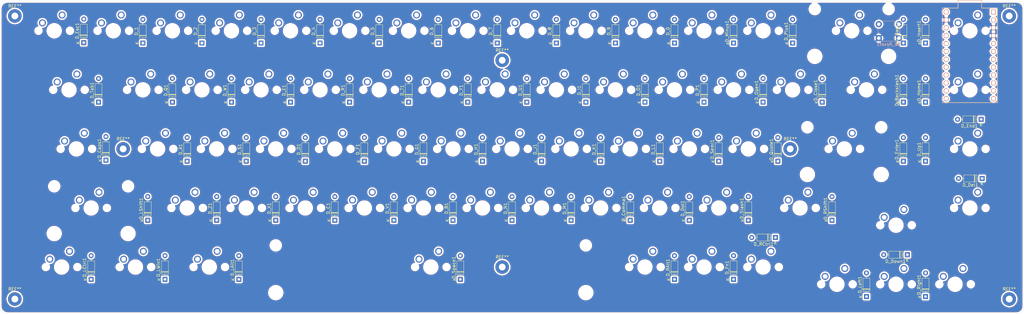
<source format=kicad_pcb>
(kicad_pcb (version 20171130) (host pcbnew "(5.1.12)-1")
  (layers (0 F.Cu signal) (31 B.Cu signal) (34 B.Paste user) (35 F.Paste user) (36 B.SilkS user) (37 F.SilkS user) (38 B.Mask user) (39 F.Mask user) (44 Edge.Cuts user))
  (net 0 "")
  (net 1 "Net-(D_0-Pad2)")
  (net 2 Row_9)
  (net 3 "Net-(D_1-Pad2)")
  (net 4 Row_0)
  (net 5 "Net-(D_2-Pad2)")
  (net 6 "Net-(D_3-Pad2)")
  (net 7 "Net-(D_4-Pad2)")
  (net 8 "Net-(D_5-Pad2)")
  (net 9 "Net-(D_6-Pad2)")
  (net 10 "Net-(D_7-Pad2)")
  (net 11 "Net-(D_8-Pad2)")
  (net 12 "Net-(D_9-Pad2)")
  (net 13 "Net-(D_B1-Pad2)")
  (net 14 Row_3)
  (net 15 "Net-(D_Back1-Pad2)")
  (net 16 "Net-(D_Backslash1-Pad2)")
  (net 17 Row_8)
  (net 18 "Net-(D_C1-Pad2)")
  (net 19 "Net-(D_Caps1-Pad2)")
  (net 20 Row_2)
  (net 21 "Net-(D_Close1-Pad2)")
  (net 22 "Net-(D_Comma1-Pad2)")
  (net 23 Row_6)
  (net 24 "Net-(D_D1-Pad2)")
  (net 25 "Net-(D_Del1-Pad2)")
  (net 26 Row_5)
  (net 27 "Net-(D_Dot1-Pad2)")
  (net 28 "Net-(D_Down1-Pad2)")
  (net 29 "Net-(D_E1-Pad2)")
  (net 30 Row_1)
  (net 31 "Net-(D_End1-Pad2)")
  (net 32 "Net-(D_Enter1-Pad2)")
  (net 33 Row_7)
  (net 34 "Net-(D_Esc1-Pad2)")
  (net 35 "Net-(D_F1-Pad2)")
  (net 36 "Net-(D_Fn1-Pad2)")
  (net 37 Row_4)
  (net 38 "Net-(D_G1-Pad2)")
  (net 39 "Net-(D_H1-Pad2)")
  (net 40 "Net-(D_Home1-Pad2)")
  (net 41 "Net-(D_I1-Pad2)")
  (net 42 "Net-(D_Insert1-Pad2)")
  (net 43 "Net-(D_J1-Pad2)")
  (net 44 "Net-(D_K1-Pad2)")
  (net 45 "Net-(D_L1-Pad2)")
  (net 46 "Net-(D_LAlt1-Pad2)")
  (net 47 "Net-(D_LCtrl1-Pad2)")
  (net 48 "Net-(D_Left1-Pad2)")
  (net 49 "Net-(D_LShift1-Pad2)")
  (net 50 "Net-(D_LWin1-Pad2)")
  (net 51 "Net-(D_M1-Pad2)")
  (net 52 "Net-(D_Minus1-Pad2)")
  (net 53 "Net-(D_N1-Pad2)")
  (net 54 "Net-(D_O1-Pad2)")
  (net 55 "Net-(D_Open1-Pad2)")
  (net 56 "Net-(D_P1-Pad2)")
  (net 57 "Net-(D_Plus1-Pad2)")
  (net 58 "Net-(D_Q1-Pad2)")
  (net 59 "Net-(D_Quote1-Pad2)")
  (net 60 "Net-(D_R1-Pad2)")
  (net 61 "Net-(D_RAlt1-Pad2)")
  (net 62 "Net-(D_RCtrl1-Pad2)")
  (net 63 "Net-(D_Right1-Pad2)")
  (net 64 "Net-(D_RShift1-Pad2)")
  (net 65 "Net-(D_S1-Pad2)")
  (net 66 "Net-(D_Semi1-Pad2)")
  (net 67 "Net-(D_Slash1-Pad2)")
  (net 68 "Net-(D_Space1-Pad2)")
  (net 69 "Net-(D_T1-Pad2)")
  (net 70 "Net-(D_Tab1-Pad2)")
  (net 71 "Net-(D_U1-Pad2)")
  (net 72 "Net-(D_Up1-Pad2)")
  (net 73 "Net-(D_V1-Pad2)")
  (net 74 "Net-(D_W1-Pad2)")
  (net 75 "Net-(D_X1-Pad2)")
  (net 76 "Net-(D_Y1-Pad2)")
  (net 77 "Net-(D_Z1-Pad2)")
  (net 78 Col_3)
  (net 79 Col_1)
  (net 80 Col_2)
  (net 81 Col_4)
  (net 82 Col_5)
  (net 83 Col_6)
  (net 84 Col_0)
  (net 85 "Net-(ProMicro1-Pad24)")
  (net 86 "Net-(ProMicro1-Pad21)")
  (net 87 "Net-(ProMicro1-Pad13)")
  (net 88 "Net-(D_A1-Pad2)")
  (net 89 GND)
  (net 90 RESET)
  (module Button_Switch_THT:SW_PUSH_6mm (layer B.Cu) (at 323.85 46.83125)
    (fp_text reference SW_Reset1 (at 3.25 2) (layer B.SilkS) (effects (justify mirror)))
    (fp_text value SW_Push)
    (pad 2 thru_hole circle (at 0 -4.5 270) (size 2 2) (drill 1.1) (layers *.Cu *.Mask) (net 90 RESET))
    (pad 1 thru_hole circle (at 0 0 270) (size 2 2) (drill 1.1) (layers *.Cu *.Mask) (net 89 GND))
    (pad 2 thru_hole circle (at 6.5 -4.5 270) (size 2 2) (drill 1.1) (layers *.Cu *.Mask) (net 90 RESET))
    (pad 1 thru_hole circle (at 6.5 0 270) (size 2 2) (drill 1.1) (layers *.Cu *.Mask) (net 89 GND))
  )
  (module MountingHole:MountingHole_2.2mm_M2_Pad (layer F.Cu) (at 80.16875 82.55)
    (fp_text reference REF** (at 0 -3.2) (layer F.SilkS))
    (fp_text value MountingHole_2.2mm_M2_Pad)
    (pad 1 thru_hole circle (at 0 0) (size 4.4 4.4) (drill 2.2) (layers *.Cu *.Mask))
  )
  (module MountingHole:MountingHole_2.2mm_M2_Pad (layer F.Cu) (at 295.275 82.55)
    (fp_text reference REF** (at 0 -3.2) (layer F.SilkS))
    (fp_text value MountingHole_2.2mm_M2_Pad)
    (pad 1 thru_hole circle (at 0 0) (size 4.4 4.4) (drill 2.2) (layers *.Cu *.Mask))
  )
  (module MountingHole:MountingHole_2.2mm_M2_Pad (layer F.Cu) (at 202.40625 53.975)
    (fp_text reference REF** (at 0 -3.2) (layer F.SilkS))
    (fp_text value MountingHole_2.2mm_M2_Pad)
    (pad 1 thru_hole circle (at 0 0) (size 4.4 4.4) (drill 2.2) (layers *.Cu *.Mask))
  )
  (module MountingHole:MountingHole_2.2mm_M2_Pad (layer F.Cu) (at 202.40625 120.65)
    (fp_text reference REF** (at 0 -3.2) (layer F.SilkS))
    (fp_text value MountingHole_2.2mm_M2_Pad)
    (pad 1 thru_hole circle (at 0 0) (size 4.4 4.4) (drill 2.2) (layers *.Cu *.Mask))
  )
  (module MountingHole:MountingHole_2.2mm_M2_Pad (layer F.Cu) (at 45.24375 130.96875)
    (fp_text reference REF** (at 0 -3.2) (layer F.SilkS))
    (fp_text value MountingHole_2.2mm_M2_Pad)
    (pad 1 thru_hole circle (at 0 0) (size 4.4 4.4) (drill 2.2) (layers *.Cu *.Mask))
  )
  (module MountingHole:MountingHole_2.2mm_M2_Pad (layer F.Cu) (at 45.24375 39.6875)
    (fp_text reference REF** (at 0 -3.2) (layer F.SilkS))
    (fp_text value MountingHole_2.2mm_M2_Pad)
    (pad 1 thru_hole circle (at 0 0) (size 4.4 4.4) (drill 2.2) (layers *.Cu *.Mask))
  )
  (module MountingHole:MountingHole_2.2mm_M2_Pad (layer F.Cu) (at 365.91875 39.6875)
    (fp_text reference REF** (at 0 -3.2) (layer F.SilkS))
    (fp_text value MountingHole_2.2mm_M2_Pad)
    (pad 1 thru_hole circle (at 0 0) (size 4.4 4.4) (drill 2.2) (layers *.Cu *.Mask))
  )
  (module MountingHole:MountingHole_2.2mm_M2_Pad (layer F.Cu) (at 365.91875 130.96875)
    (fp_text reference REF** (at 0 -3.2) (layer F.SilkS))
    (fp_text value MountingHole_2.2mm_M2_Pad)
    (pad 1 thru_hole circle (at 0 0) (size 4.4 4.4) (drill 2.2) (layers *.Cu *.Mask))
  )
  (module promicro:ProMicro (layer B.Cu) (at 353.21875 52.3875 270)
    (fp_text reference ProMicro1 hide)
    (fp_text value ProMicro)
    (pad 1 thru_hole rect (at -13.97 -7.62 270) (size 1.6 1.6) (drill 1.1) (layers *.Cu *.Mask B.SilkS) (net 4 Row_0))
    (pad 2 thru_hole circle (at -11.43 -7.62 270) (size 1.6 1.6) (drill 1.1) (layers *.Cu *.Mask B.SilkS) (net 30 Row_1))
    (pad 3 thru_hole circle (at -8.89 -7.62 270) (size 1.6 1.6) (drill 1.1) (layers *.Cu *.Mask B.SilkS) (net 89 GND))
    (pad 4 thru_hole circle (at -6.35 -7.62 270) (size 1.6 1.6) (drill 1.1) (layers *.Cu *.Mask B.SilkS) (net 89 GND))
    (pad 5 thru_hole circle (at -3.81 -7.62 270) (size 1.6 1.6) (drill 1.1) (layers *.Cu *.Mask B.SilkS) (net 20 Row_2))
    (pad 6 thru_hole circle (at -1.27 -7.62 270) (size 1.6 1.6) (drill 1.1) (layers *.Cu *.Mask B.SilkS) (net 14 Row_3))
    (pad 7 thru_hole circle (at 1.27 -7.62 270) (size 1.6 1.6) (drill 1.1) (layers *.Cu *.Mask B.SilkS) (net 37 Row_4))
    (pad 8 thru_hole circle (at 3.81 -7.62 270) (size 1.6 1.6) (drill 1.1) (layers *.Cu *.Mask B.SilkS) (net 26 Row_5))
    (pad 9 thru_hole circle (at 6.35 -7.62 270) (size 1.6 1.6) (drill 1.1) (layers *.Cu *.Mask B.SilkS) (net 23 Row_6))
    (pad 10 thru_hole circle (at 8.89 -7.62 270) (size 1.6 1.6) (drill 1.1) (layers *.Cu *.Mask B.SilkS) (net 33 Row_7))
    (pad 11 thru_hole circle (at 11.43 -7.62 270) (size 1.6 1.6) (drill 1.1) (layers *.Cu *.Mask B.SilkS) (net 17 Row_8))
    (pad 12 thru_hole circle (at 13.97 -7.62 270) (size 1.6 1.6) (drill 1.1) (layers *.Cu *.Mask B.SilkS) (net 2 Row_9))
    (pad 13 thru_hole circle (at 13.97 7.62 270) (size 1.6 1.6) (drill 1.1) (layers *.Cu *.Mask B.SilkS) (net 87 "Net-(ProMicro1-Pad13)"))
    (pad 14 thru_hole circle (at 11.43 7.62 270) (size 1.6 1.6) (drill 1.1) (layers *.Cu *.Mask B.SilkS) (net 83 Col_6))
    (pad 15 thru_hole circle (at 8.89 7.62 270) (size 1.6 1.6) (drill 1.1) (layers *.Cu *.Mask B.SilkS) (net 82 Col_5))
    (pad 16 thru_hole circle (at 6.35 7.62 270) (size 1.6 1.6) (drill 1.1) (layers *.Cu *.Mask B.SilkS) (net 81 Col_4))
    (pad 17 thru_hole circle (at 3.81 7.62 270) (size 1.6 1.6) (drill 1.1) (layers *.Cu *.Mask B.SilkS) (net 78 Col_3))
    (pad 18 thru_hole circle (at 1.27 7.62 270) (size 1.6 1.6) (drill 1.1) (layers *.Cu *.Mask B.SilkS) (net 80 Col_2))
    (pad 19 thru_hole circle (at -1.27 7.62 270) (size 1.6 1.6) (drill 1.1) (layers *.Cu *.Mask B.SilkS) (net 79 Col_1))
    (pad 20 thru_hole circle (at -3.81 7.62 270) (size 1.6 1.6) (drill 1.1) (layers *.Cu *.Mask B.SilkS) (net 84 Col_0))
    (pad 21 thru_hole circle (at -6.35 7.62 270) (size 1.6 1.6) (drill 1.1) (layers *.Cu *.Mask B.SilkS) (net 86 "Net-(ProMicro1-Pad21)"))
    (pad 22 thru_hole circle (at -8.89 7.62 270) (size 1.6 1.6) (drill 1.1) (layers *.Cu *.Mask B.SilkS) (net 90 RESET))
    (pad 23 thru_hole circle (at -11.43 7.62 270) (size 1.6 1.6) (drill 1.1) (layers *.Cu *.Mask B.SilkS) (net 89 GND))
    (pad 24 thru_hole circle (at -13.97 7.62 270) (size 1.6 1.6) (drill 1.1) (layers *.Cu *.Mask B.SilkS) (net 85 "Net-(ProMicro1-Pad24)"))
  )
  (module MX:MXOnly-1U-NoLED (layer F.Cu) (at 100.80625 101.6)
    (fp_text reference K_Z1)
    (fp_text value MX-NoLED)
    (pad 2 thru_hole circle (at 2.54 -5.08) (size 2.25 2.25) (drill 1.47) (layers *.Cu B.Mask) (net 77 "Net-(D_Z1-Pad2)"))
    (pad "" np_thru_hole circle (at 0 0) (size 3.9878 3.9878) (drill 3.9878) (layers *.Cu *.Mask))
    (pad 1 thru_hole circle (at -3.81 -2.54) (size 2.25 2.25) (drill 1.47) (layers *.Cu B.Mask) (net 79 Col_1))
    (pad "" np_thru_hole circle (at -5.08 0 48.0996) (size 1.75 1.75) (drill 1.75) (layers *.Cu *.Mask))
    (pad "" np_thru_hole circle (at 5.08 0 48.0996) (size 1.75 1.75) (drill 1.75) (layers *.Cu *.Mask))
  )
  (module MX:MXOnly-1U-NoLED (layer F.Cu) (at 181.76875 63.5)
    (fp_text reference K_Y1)
    (fp_text value MX-NoLED)
    (pad 2 thru_hole circle (at 2.54 -5.08) (size 2.25 2.25) (drill 1.47) (layers *.Cu B.Mask) (net 76 "Net-(D_Y1-Pad2)"))
    (pad "" np_thru_hole circle (at 0 0) (size 3.9878 3.9878) (drill 3.9878) (layers *.Cu *.Mask))
    (pad 1 thru_hole circle (at -3.81 -2.54) (size 2.25 2.25) (drill 1.47) (layers *.Cu B.Mask) (net 83 Col_6))
    (pad "" np_thru_hole circle (at -5.08 0 48.0996) (size 1.75 1.75) (drill 1.75) (layers *.Cu *.Mask))
    (pad "" np_thru_hole circle (at 5.08 0 48.0996) (size 1.75 1.75) (drill 1.75) (layers *.Cu *.Mask))
  )
  (module MX:MXOnly-1U-NoLED (layer F.Cu) (at 119.85625 101.6)
    (fp_text reference K_X1)
    (fp_text value MX-NoLED)
    (pad 2 thru_hole circle (at 2.54 -5.08) (size 2.25 2.25) (drill 1.47) (layers *.Cu B.Mask) (net 75 "Net-(D_X1-Pad2)"))
    (pad "" np_thru_hole circle (at 0 0) (size 3.9878 3.9878) (drill 3.9878) (layers *.Cu *.Mask))
    (pad 1 thru_hole circle (at -3.81 -2.54) (size 2.25 2.25) (drill 1.47) (layers *.Cu B.Mask) (net 80 Col_2))
    (pad "" np_thru_hole circle (at -5.08 0 48.0996) (size 1.75 1.75) (drill 1.75) (layers *.Cu *.Mask))
    (pad "" np_thru_hole circle (at 5.08 0 48.0996) (size 1.75 1.75) (drill 1.75) (layers *.Cu *.Mask))
  )
  (module MX:MXOnly-1U-NoLED (layer F.Cu) (at 105.56875 63.5)
    (fp_text reference K_W1)
    (fp_text value MX-NoLED)
    (pad 2 thru_hole circle (at 2.54 -5.08) (size 2.25 2.25) (drill 1.47) (layers *.Cu B.Mask) (net 74 "Net-(D_W1-Pad2)"))
    (pad "" np_thru_hole circle (at 0 0) (size 3.9878 3.9878) (drill 3.9878) (layers *.Cu *.Mask))
    (pad 1 thru_hole circle (at -3.81 -2.54) (size 2.25 2.25) (drill 1.47) (layers *.Cu B.Mask) (net 80 Col_2))
    (pad "" np_thru_hole circle (at -5.08 0 48.0996) (size 1.75 1.75) (drill 1.75) (layers *.Cu *.Mask))
    (pad "" np_thru_hole circle (at 5.08 0 48.0996) (size 1.75 1.75) (drill 1.75) (layers *.Cu *.Mask))
  )
  (module MX:MXOnly-1U-NoLED (layer F.Cu) (at 157.95625 101.6)
    (fp_text reference K_V1)
    (fp_text value MX-NoLED)
    (pad 2 thru_hole circle (at 2.54 -5.08) (size 2.25 2.25) (drill 1.47) (layers *.Cu B.Mask) (net 73 "Net-(D_V1-Pad2)"))
    (pad "" np_thru_hole circle (at 0 0) (size 3.9878 3.9878) (drill 3.9878) (layers *.Cu *.Mask))
    (pad 1 thru_hole circle (at -3.81 -2.54) (size 2.25 2.25) (drill 1.47) (layers *.Cu B.Mask) (net 81 Col_4))
    (pad "" np_thru_hole circle (at -5.08 0 48.0996) (size 1.75 1.75) (drill 1.75) (layers *.Cu *.Mask))
    (pad "" np_thru_hole circle (at 5.08 0 48.0996) (size 1.75 1.75) (drill 1.75) (layers *.Cu *.Mask))
  )
  (module MX:MXOnly-1U-NoLED (layer F.Cu) (at 329.40625 107.15625)
    (fp_text reference K_Up1)
    (fp_text value MX-NoLED)
    (pad 2 thru_hole circle (at 2.54 -5.08) (size 2.25 2.25) (drill 1.47) (layers *.Cu B.Mask) (net 72 "Net-(D_Up1-Pad2)"))
    (pad "" np_thru_hole circle (at 0 0) (size 3.9878 3.9878) (drill 3.9878) (layers *.Cu *.Mask))
    (pad 1 thru_hole circle (at -3.81 -2.54) (size 2.25 2.25) (drill 1.47) (layers *.Cu B.Mask) (net 79 Col_1))
    (pad "" np_thru_hole circle (at -5.08 0 48.0996) (size 1.75 1.75) (drill 1.75) (layers *.Cu *.Mask))
    (pad "" np_thru_hole circle (at 5.08 0 48.0996) (size 1.75 1.75) (drill 1.75) (layers *.Cu *.Mask))
  )
  (module MX:MXOnly-1U-NoLED (layer F.Cu) (at 200.81875 63.5)
    (fp_text reference K_U1)
    (fp_text value MX-NoLED)
    (pad 2 thru_hole circle (at 2.54 -5.08) (size 2.25 2.25) (drill 1.47) (layers *.Cu B.Mask) (net 71 "Net-(D_U1-Pad2)"))
    (pad "" np_thru_hole circle (at 0 0) (size 3.9878 3.9878) (drill 3.9878) (layers *.Cu *.Mask))
    (pad 1 thru_hole circle (at -3.81 -2.54) (size 2.25 2.25) (drill 1.47) (layers *.Cu B.Mask) (net 83 Col_6))
    (pad "" np_thru_hole circle (at -5.08 0 48.0996) (size 1.75 1.75) (drill 1.75) (layers *.Cu *.Mask))
    (pad "" np_thru_hole circle (at 5.08 0 48.0996) (size 1.75 1.75) (drill 1.75) (layers *.Cu *.Mask))
  )
  (module MX:MXOnly-1.5U-NoLED (layer F.Cu) (at 62.70625 63.5)
    (fp_text reference K_Tab1)
    (fp_text value MX-NoLED)
    (pad 2 thru_hole circle (at 2.54 -5.08) (size 2.25 2.25) (drill 1.47) (layers *.Cu B.Mask) (net 70 "Net-(D_Tab1-Pad2)"))
    (pad "" np_thru_hole circle (at 0 0) (size 3.9878 3.9878) (drill 3.9878) (layers *.Cu *.Mask))
    (pad 1 thru_hole circle (at -3.81 -2.54) (size 2.25 2.25) (drill 1.47) (layers *.Cu B.Mask) (net 84 Col_0))
    (pad "" np_thru_hole circle (at -5.08 0 48.0996) (size 1.75 1.75) (drill 1.75) (layers *.Cu *.Mask))
    (pad "" np_thru_hole circle (at 5.08 0 48.0996) (size 1.75 1.75) (drill 1.75) (layers *.Cu *.Mask))
  )
  (module MX:MXOnly-1U-NoLED (layer F.Cu) (at 162.71875 63.5)
    (fp_text reference K_T1)
    (fp_text value MX-NoLED)
    (pad 2 thru_hole circle (at 2.54 -5.08) (size 2.25 2.25) (drill 1.47) (layers *.Cu B.Mask) (net 69 "Net-(D_T1-Pad2)"))
    (pad "" np_thru_hole circle (at 0 0) (size 3.9878 3.9878) (drill 3.9878) (layers *.Cu *.Mask))
    (pad 1 thru_hole circle (at -3.81 -2.54) (size 2.25 2.25) (drill 1.47) (layers *.Cu B.Mask) (net 82 Col_5))
    (pad "" np_thru_hole circle (at -5.08 0 48.0996) (size 1.75 1.75) (drill 1.75) (layers *.Cu *.Mask))
    (pad "" np_thru_hole circle (at 5.08 0 48.0996) (size 1.75 1.75) (drill 1.75) (layers *.Cu *.Mask))
  )
  (module MX:MXOnly-6.25U-NoLED (layer F.Cu) (at 179.3875 120.65)
    (fp_text reference K_Space1)
    (fp_text value MX-NoLED)
    (pad 2 thru_hole circle (at 2.54 -5.08) (size 2.25 2.25) (drill 1.47) (layers *.Cu B.Mask) (net 68 "Net-(D_Space1-Pad2)"))
    (pad "" np_thru_hole circle (at 0 0) (size 3.9878 3.9878) (drill 3.9878) (layers *.Cu *.Mask))
    (pad 1 thru_hole circle (at -3.81 -2.54) (size 2.25 2.25) (drill 1.47) (layers *.Cu B.Mask) (net 78 Col_3))
    (pad "" np_thru_hole circle (at -5.08 0 48.0996) (size 1.75 1.75) (drill 1.75) (layers *.Cu *.Mask))
    (pad "" np_thru_hole circle (at 5.08 0 48.0996) (size 1.75 1.75) (drill 1.75) (layers *.Cu *.Mask))
    (pad "" np_thru_hole circle (at -49.9999 -6.985) (size 3.048 3.048) (drill 3.048) (layers *.Cu *.Mask))
    (pad "" np_thru_hole circle (at 49.9999 -6.985) (size 3.048 3.048) (drill 3.048) (layers *.Cu *.Mask))
    (pad "" np_thru_hole circle (at -49.9999 8.255) (size 3.9878 3.9878) (drill 3.9878) (layers *.Cu *.Mask))
    (pad "" np_thru_hole circle (at 49.9999 8.255) (size 3.9878 3.9878) (drill 3.9878) (layers *.Cu *.Mask))
  )
  (module MX:MXOnly-1U-NoLED (layer F.Cu) (at 272.25625 101.6)
    (fp_text reference K_Slash1)
    (fp_text value MX-NoLED)
    (pad 2 thru_hole circle (at 2.54 -5.08) (size 2.25 2.25) (drill 1.47) (layers *.Cu B.Mask) (net 67 "Net-(D_Slash1-Pad2)"))
    (pad "" np_thru_hole circle (at 0 0) (size 3.9878 3.9878) (drill 3.9878) (layers *.Cu *.Mask))
    (pad 1 thru_hole circle (at -3.81 -2.54) (size 2.25 2.25) (drill 1.47) (layers *.Cu B.Mask) (net 78 Col_3))
    (pad "" np_thru_hole circle (at -5.08 0 48.0996) (size 1.75 1.75) (drill 1.75) (layers *.Cu *.Mask))
    (pad "" np_thru_hole circle (at 5.08 0 48.0996) (size 1.75 1.75) (drill 1.75) (layers *.Cu *.Mask))
  )
  (module MX:MXOnly-1U-NoLED (layer F.Cu) (at 262.73125 82.55)
    (fp_text reference K_Semi1)
    (fp_text value MX-NoLED)
    (pad 2 thru_hole circle (at 2.54 -5.08) (size 2.25 2.25) (drill 1.47) (layers *.Cu B.Mask) (net 66 "Net-(D_Semi1-Pad2)"))
    (pad "" np_thru_hole circle (at 0 0) (size 3.9878 3.9878) (drill 3.9878) (layers *.Cu *.Mask))
    (pad 1 thru_hole circle (at -3.81 -2.54) (size 2.25 2.25) (drill 1.47) (layers *.Cu B.Mask) (net 78 Col_3))
    (pad "" np_thru_hole circle (at -5.08 0 48.0996) (size 1.75 1.75) (drill 1.75) (layers *.Cu *.Mask))
    (pad "" np_thru_hole circle (at 5.08 0 48.0996) (size 1.75 1.75) (drill 1.75) (layers *.Cu *.Mask))
  )
  (module MX:MXOnly-1U-NoLED (layer F.Cu) (at 110.33125 82.55)
    (fp_text reference K_S1)
    (fp_text value MX-NoLED)
    (pad 2 thru_hole circle (at 2.54 -5.08) (size 2.25 2.25) (drill 1.47) (layers *.Cu B.Mask) (net 65 "Net-(D_S1-Pad2)"))
    (pad "" np_thru_hole circle (at 0 0) (size 3.9878 3.9878) (drill 3.9878) (layers *.Cu *.Mask))
    (pad 1 thru_hole circle (at -3.81 -2.54) (size 2.25 2.25) (drill 1.47) (layers *.Cu B.Mask) (net 80 Col_2))
    (pad "" np_thru_hole circle (at -5.08 0 48.0996) (size 1.75 1.75) (drill 1.75) (layers *.Cu *.Mask))
    (pad "" np_thru_hole circle (at 5.08 0 48.0996) (size 1.75 1.75) (drill 1.75) (layers *.Cu *.Mask))
  )
  (module MX:MXOnly-1.75U-NoLED (layer F.Cu) (at 298.45 101.6)
    (fp_text reference K_RShift1)
    (fp_text value MX-NoLED)
    (pad 2 thru_hole circle (at 2.54 -5.08) (size 2.25 2.25) (drill 1.47) (layers *.Cu B.Mask) (net 64 "Net-(D_RShift1-Pad2)"))
    (pad "" np_thru_hole circle (at 0 0) (size 3.9878 3.9878) (drill 3.9878) (layers *.Cu *.Mask))
    (pad 1 thru_hole circle (at -3.81 -2.54) (size 2.25 2.25) (drill 1.47) (layers *.Cu B.Mask) (net 80 Col_2))
    (pad "" np_thru_hole circle (at -5.08 0 48.0996) (size 1.75 1.75) (drill 1.75) (layers *.Cu *.Mask))
    (pad "" np_thru_hole circle (at 5.08 0 48.0996) (size 1.75 1.75) (drill 1.75) (layers *.Cu *.Mask))
  )
  (module MX:MXOnly-1U-NoLED (layer F.Cu) (at 348.45625 126.20625)
    (fp_text reference K_Right1)
    (fp_text value MX-NoLED)
    (pad 2 thru_hole circle (at 2.54 -5.08) (size 2.25 2.25) (drill 1.47) (layers *.Cu B.Mask) (net 63 "Net-(D_Right1-Pad2)"))
    (pad "" np_thru_hole circle (at 0 0) (size 3.9878 3.9878) (drill 3.9878) (layers *.Cu *.Mask))
    (pad 1 thru_hole circle (at -3.81 -2.54) (size 2.25 2.25) (drill 1.47) (layers *.Cu B.Mask) (net 80 Col_2))
    (pad "" np_thru_hole circle (at -5.08 0 48.0996) (size 1.75 1.75) (drill 1.75) (layers *.Cu *.Mask))
    (pad "" np_thru_hole circle (at 5.08 0 48.0996) (size 1.75 1.75) (drill 1.75) (layers *.Cu *.Mask))
  )
  (module MX:MXOnly-1U-NoLED (layer F.Cu) (at 286.54375 120.65)
    (fp_text reference K_RCtrl1)
    (fp_text value MX-NoLED)
    (pad 2 thru_hole circle (at 2.54 -5.08) (size 2.25 2.25) (drill 1.47) (layers *.Cu B.Mask) (net 62 "Net-(D_RCtrl1-Pad2)"))
    (pad "" np_thru_hole circle (at 0 0) (size 3.9878 3.9878) (drill 3.9878) (layers *.Cu *.Mask))
    (pad 1 thru_hole circle (at -3.81 -2.54) (size 2.25 2.25) (drill 1.47) (layers *.Cu B.Mask) (net 82 Col_5))
    (pad "" np_thru_hole circle (at -5.08 0 48.0996) (size 1.75 1.75) (drill 1.75) (layers *.Cu *.Mask))
    (pad "" np_thru_hole circle (at 5.08 0 48.0996) (size 1.75 1.75) (drill 1.75) (layers *.Cu *.Mask))
  )
  (module MX:MXOnly-1U-NoLED (layer F.Cu) (at 248.44375 120.65)
    (fp_text reference K_RAlt1)
    (fp_text value MX-NoLED)
    (pad 2 thru_hole circle (at 2.54 -5.08) (size 2.25 2.25) (drill 1.47) (layers *.Cu B.Mask) (net 61 "Net-(D_RAlt1-Pad2)"))
    (pad "" np_thru_hole circle (at 0 0) (size 3.9878 3.9878) (drill 3.9878) (layers *.Cu *.Mask))
    (pad 1 thru_hole circle (at -3.81 -2.54) (size 2.25 2.25) (drill 1.47) (layers *.Cu B.Mask) (net 81 Col_4))
    (pad "" np_thru_hole circle (at -5.08 0 48.0996) (size 1.75 1.75) (drill 1.75) (layers *.Cu *.Mask))
    (pad "" np_thru_hole circle (at 5.08 0 48.0996) (size 1.75 1.75) (drill 1.75) (layers *.Cu *.Mask))
  )
  (module MX:MXOnly-1U-NoLED (layer F.Cu) (at 143.66875 63.5)
    (fp_text reference K_R1)
    (fp_text value MX-NoLED)
    (pad 2 thru_hole circle (at 2.54 -5.08) (size 2.25 2.25) (drill 1.47) (layers *.Cu B.Mask) (net 60 "Net-(D_R1-Pad2)"))
    (pad "" np_thru_hole circle (at 0 0) (size 3.9878 3.9878) (drill 3.9878) (layers *.Cu *.Mask))
    (pad 1 thru_hole circle (at -3.81 -2.54) (size 2.25 2.25) (drill 1.47) (layers *.Cu B.Mask) (net 81 Col_4))
    (pad "" np_thru_hole circle (at -5.08 0 48.0996) (size 1.75 1.75) (drill 1.75) (layers *.Cu *.Mask))
    (pad "" np_thru_hole circle (at 5.08 0 48.0996) (size 1.75 1.75) (drill 1.75) (layers *.Cu *.Mask))
  )
  (module MX:MXOnly-1U-NoLED (layer F.Cu) (at 281.78125 82.55)
    (fp_text reference K_Quote1)
    (fp_text value MX-NoLED)
    (pad 2 thru_hole circle (at 2.54 -5.08) (size 2.25 2.25) (drill 1.47) (layers *.Cu B.Mask) (net 59 "Net-(D_Quote1-Pad2)"))
    (pad "" np_thru_hole circle (at 0 0) (size 3.9878 3.9878) (drill 3.9878) (layers *.Cu *.Mask))
    (pad 1 thru_hole circle (at -3.81 -2.54) (size 2.25 2.25) (drill 1.47) (layers *.Cu B.Mask) (net 80 Col_2))
    (pad "" np_thru_hole circle (at -5.08 0 48.0996) (size 1.75 1.75) (drill 1.75) (layers *.Cu *.Mask))
    (pad "" np_thru_hole circle (at 5.08 0 48.0996) (size 1.75 1.75) (drill 1.75) (layers *.Cu *.Mask))
  )
  (module MX:MXOnly-1U-NoLED (layer F.Cu) (at 86.51875 63.5)
    (fp_text reference K_Q1)
    (fp_text value MX-NoLED)
    (pad 2 thru_hole circle (at 2.54 -5.08) (size 2.25 2.25) (drill 1.47) (layers *.Cu B.Mask) (net 58 "Net-(D_Q1-Pad2)"))
    (pad "" np_thru_hole circle (at 0 0) (size 3.9878 3.9878) (drill 3.9878) (layers *.Cu *.Mask))
    (pad 1 thru_hole circle (at -3.81 -2.54) (size 2.25 2.25) (drill 1.47) (layers *.Cu B.Mask) (net 79 Col_1))
    (pad "" np_thru_hole circle (at -5.08 0 48.0996) (size 1.75 1.75) (drill 1.75) (layers *.Cu *.Mask))
    (pad "" np_thru_hole circle (at 5.08 0 48.0996) (size 1.75 1.75) (drill 1.75) (layers *.Cu *.Mask))
  )
  (module MX:MXOnly-1U-NoLED (layer F.Cu) (at 286.54375 44.45)
    (fp_text reference K_Plus1)
    (fp_text value MX-NoLED)
    (pad 2 thru_hole circle (at 2.54 -5.08) (size 2.25 2.25) (drill 1.47) (layers *.Cu B.Mask) (net 57 "Net-(D_Plus1-Pad2)"))
    (pad "" np_thru_hole circle (at 0 0) (size 3.9878 3.9878) (drill 3.9878) (layers *.Cu *.Mask))
    (pad 1 thru_hole circle (at -3.81 -2.54) (size 2.25 2.25) (drill 1.47) (layers *.Cu B.Mask) (net 79 Col_1))
    (pad "" np_thru_hole circle (at -5.08 0 48.0996) (size 1.75 1.75) (drill 1.75) (layers *.Cu *.Mask))
    (pad "" np_thru_hole circle (at 5.08 0 48.0996) (size 1.75 1.75) (drill 1.75) (layers *.Cu *.Mask))
  )
  (module MX:MXOnly-1U-NoLED (layer F.Cu) (at 257.96875 63.5)
    (fp_text reference K_P1)
    (fp_text value MX-NoLED)
    (pad 2 thru_hole circle (at 2.54 -5.08) (size 2.25 2.25) (drill 1.47) (layers *.Cu B.Mask) (net 56 "Net-(D_P1-Pad2)"))
    (pad "" np_thru_hole circle (at 0 0) (size 3.9878 3.9878) (drill 3.9878) (layers *.Cu *.Mask))
    (pad 1 thru_hole circle (at -3.81 -2.54) (size 2.25 2.25) (drill 1.47) (layers *.Cu B.Mask) (net 78 Col_3))
    (pad "" np_thru_hole circle (at -5.08 0 48.0996) (size 1.75 1.75) (drill 1.75) (layers *.Cu *.Mask))
    (pad "" np_thru_hole circle (at 5.08 0 48.0996) (size 1.75 1.75) (drill 1.75) (layers *.Cu *.Mask))
  )
  (module MX:MXOnly-1U-NoLED (layer F.Cu) (at 277.01875 63.5)
    (fp_text reference K_Open1)
    (fp_text value MX-NoLED)
    (pad 2 thru_hole circle (at 2.54 -5.08) (size 2.25 2.25) (drill 1.47) (layers *.Cu B.Mask) (net 55 "Net-(D_Open1-Pad2)"))
    (pad "" np_thru_hole circle (at 0 0) (size 3.9878 3.9878) (drill 3.9878) (layers *.Cu *.Mask))
    (pad 1 thru_hole circle (at -3.81 -2.54) (size 2.25 2.25) (drill 1.47) (layers *.Cu B.Mask) (net 80 Col_2))
    (pad "" np_thru_hole circle (at -5.08 0 48.0996) (size 1.75 1.75) (drill 1.75) (layers *.Cu *.Mask))
    (pad "" np_thru_hole circle (at 5.08 0 48.0996) (size 1.75 1.75) (drill 1.75) (layers *.Cu *.Mask))
  )
  (module MX:MXOnly-1U-NoLED (layer F.Cu) (at 238.91875 63.5)
    (fp_text reference K_O1)
    (fp_text value MX-NoLED)
    (pad 2 thru_hole circle (at 2.54 -5.08) (size 2.25 2.25) (drill 1.47) (layers *.Cu B.Mask) (net 54 "Net-(D_O1-Pad2)"))
    (pad "" np_thru_hole circle (at 0 0) (size 3.9878 3.9878) (drill 3.9878) (layers *.Cu *.Mask))
    (pad 1 thru_hole circle (at -3.81 -2.54) (size 2.25 2.25) (drill 1.47) (layers *.Cu B.Mask) (net 81 Col_4))
    (pad "" np_thru_hole circle (at -5.08 0 48.0996) (size 1.75 1.75) (drill 1.75) (layers *.Cu *.Mask))
    (pad "" np_thru_hole circle (at 5.08 0 48.0996) (size 1.75 1.75) (drill 1.75) (layers *.Cu *.Mask))
  )
  (module MX:MXOnly-1U-NoLED (layer F.Cu) (at 196.05625 101.6)
    (fp_text reference K_N1)
    (fp_text value MX-NoLED)
    (pad 2 thru_hole circle (at 2.54 -5.08) (size 2.25 2.25) (drill 1.47) (layers *.Cu B.Mask) (net 53 "Net-(D_N1-Pad2)"))
    (pad "" np_thru_hole circle (at 0 0) (size 3.9878 3.9878) (drill 3.9878) (layers *.Cu *.Mask))
    (pad 1 thru_hole circle (at -3.81 -2.54) (size 2.25 2.25) (drill 1.47) (layers *.Cu B.Mask) (net 83 Col_6))
    (pad "" np_thru_hole circle (at -5.08 0 48.0996) (size 1.75 1.75) (drill 1.75) (layers *.Cu *.Mask))
    (pad "" np_thru_hole circle (at 5.08 0 48.0996) (size 1.75 1.75) (drill 1.75) (layers *.Cu *.Mask))
  )
  (module MX:MXOnly-1U-NoLED (layer F.Cu) (at 267.49375 44.45)
    (fp_text reference K_Minus1)
    (fp_text value MX-NoLED)
    (pad 2 thru_hole circle (at 2.54 -5.08) (size 2.25 2.25) (drill 1.47) (layers *.Cu B.Mask) (net 52 "Net-(D_Minus1-Pad2)"))
    (pad "" np_thru_hole circle (at 0 0) (size 3.9878 3.9878) (drill 3.9878) (layers *.Cu *.Mask))
    (pad 1 thru_hole circle (at -3.81 -2.54) (size 2.25 2.25) (drill 1.47) (layers *.Cu B.Mask) (net 80 Col_2))
    (pad "" np_thru_hole circle (at -5.08 0 48.0996) (size 1.75 1.75) (drill 1.75) (layers *.Cu *.Mask))
    (pad "" np_thru_hole circle (at 5.08 0 48.0996) (size 1.75 1.75) (drill 1.75) (layers *.Cu *.Mask))
  )
  (module MX:MXOnly-1U-NoLED (layer F.Cu) (at 215.10625 101.6)
    (fp_text reference K_M1)
    (fp_text value MX-NoLED)
    (pad 2 thru_hole circle (at 2.54 -5.08) (size 2.25 2.25) (drill 1.47) (layers *.Cu B.Mask) (net 51 "Net-(D_M1-Pad2)"))
    (pad "" np_thru_hole circle (at 0 0) (size 3.9878 3.9878) (drill 3.9878) (layers *.Cu *.Mask))
    (pad 1 thru_hole circle (at -3.81 -2.54) (size 2.25 2.25) (drill 1.47) (layers *.Cu B.Mask) (net 83 Col_6))
    (pad "" np_thru_hole circle (at -5.08 0 48.0996) (size 1.75 1.75) (drill 1.75) (layers *.Cu *.Mask))
    (pad "" np_thru_hole circle (at 5.08 0 48.0996) (size 1.75 1.75) (drill 1.75) (layers *.Cu *.Mask))
  )
  (module MX:MXOnly-1.25U-NoLED (layer F.Cu) (at 84.1375 120.65)
    (fp_text reference K_LWin1)
    (fp_text value MX-NoLED)
    (pad 2 thru_hole circle (at 2.54 -5.08) (size 2.25 2.25) (drill 1.47) (layers *.Cu B.Mask) (net 50 "Net-(D_LWin1-Pad2)"))
    (pad "" np_thru_hole circle (at 0 0) (size 3.9878 3.9878) (drill 3.9878) (layers *.Cu *.Mask))
    (pad 1 thru_hole circle (at -3.81 -2.54) (size 2.25 2.25) (drill 1.47) (layers *.Cu B.Mask) (net 79 Col_1))
    (pad "" np_thru_hole circle (at -5.08 0 48.0996) (size 1.75 1.75) (drill 1.75) (layers *.Cu *.Mask))
    (pad "" np_thru_hole circle (at 5.08 0 48.0996) (size 1.75 1.75) (drill 1.75) (layers *.Cu *.Mask))
  )
  (module MX:MXOnly-2.25U-NoLED (layer F.Cu) (at 69.85 101.6)
    (fp_text reference K_LShift1)
    (fp_text value MX-NoLED)
    (pad 2 thru_hole circle (at 2.54 -5.08) (size 2.25 2.25) (drill 1.47) (layers *.Cu B.Mask) (net 49 "Net-(D_LShift1-Pad2)"))
    (pad "" np_thru_hole circle (at 0 0) (size 3.9878 3.9878) (drill 3.9878) (layers *.Cu *.Mask))
    (pad 1 thru_hole circle (at -3.81 -2.54) (size 2.25 2.25) (drill 1.47) (layers *.Cu B.Mask) (net 84 Col_0))
    (pad "" np_thru_hole circle (at -5.08 0 48.0996) (size 1.75 1.75) (drill 1.75) (layers *.Cu *.Mask))
    (pad "" np_thru_hole circle (at 5.08 0 48.0996) (size 1.75 1.75) (drill 1.75) (layers *.Cu *.Mask))
    (pad "" np_thru_hole circle (at -11.90625 -6.985) (size 3.048 3.048) (drill 3.048) (layers *.Cu *.Mask))
    (pad "" np_thru_hole circle (at 11.90625 -6.985) (size 3.048 3.048) (drill 3.048) (layers *.Cu *.Mask))
    (pad "" np_thru_hole circle (at -11.90625 8.255) (size 3.9878 3.9878) (drill 3.9878) (layers *.Cu *.Mask))
    (pad "" np_thru_hole circle (at 11.90625 8.255) (size 3.9878 3.9878) (drill 3.9878) (layers *.Cu *.Mask))
  )
  (module MX:MXOnly-1U-NoLED (layer F.Cu) (at 310.35625 126.20625)
    (fp_text reference K_Left1)
    (fp_text value MX-NoLED)
    (pad 2 thru_hole circle (at 2.54 -5.08) (size 2.25 2.25) (drill 1.47) (layers *.Cu B.Mask) (net 48 "Net-(D_Left1-Pad2)"))
    (pad "" np_thru_hole circle (at 0 0) (size 3.9878 3.9878) (drill 3.9878) (layers *.Cu *.Mask))
    (pad 1 thru_hole circle (at -3.81 -2.54) (size 2.25 2.25) (drill 1.47) (layers *.Cu B.Mask) (net 81 Col_4))
    (pad "" np_thru_hole circle (at -5.08 0 48.0996) (size 1.75 1.75) (drill 1.75) (layers *.Cu *.Mask))
    (pad "" np_thru_hole circle (at 5.08 0 48.0996) (size 1.75 1.75) (drill 1.75) (layers *.Cu *.Mask))
  )
  (module MX:MXOnly-1.25U-NoLED (layer F.Cu) (at 60.325 120.65)
    (fp_text reference K_LCtrl1)
    (fp_text value MX-NoLED)
    (pad 2 thru_hole circle (at 2.54 -5.08) (size 2.25 2.25) (drill 1.47) (layers *.Cu B.Mask) (net 47 "Net-(D_LCtrl1-Pad2)"))
    (pad "" np_thru_hole circle (at 0 0) (size 3.9878 3.9878) (drill 3.9878) (layers *.Cu *.Mask))
    (pad 1 thru_hole circle (at -3.81 -2.54) (size 2.25 2.25) (drill 1.47) (layers *.Cu B.Mask) (net 84 Col_0))
    (pad "" np_thru_hole circle (at -5.08 0 48.0996) (size 1.75 1.75) (drill 1.75) (layers *.Cu *.Mask))
    (pad "" np_thru_hole circle (at 5.08 0 48.0996) (size 1.75 1.75) (drill 1.75) (layers *.Cu *.Mask))
  )
  (module MX:MXOnly-1.25U-NoLED (layer F.Cu) (at 107.95 120.65)
    (fp_text reference K_LAlt1)
    (fp_text value MX-NoLED)
    (pad 2 thru_hole circle (at 2.54 -5.08) (size 2.25 2.25) (drill 1.47) (layers *.Cu B.Mask) (net 46 "Net-(D_LAlt1-Pad2)"))
    (pad "" np_thru_hole circle (at 0 0) (size 3.9878 3.9878) (drill 3.9878) (layers *.Cu *.Mask))
    (pad 1 thru_hole circle (at -3.81 -2.54) (size 2.25 2.25) (drill 1.47) (layers *.Cu B.Mask) (net 80 Col_2))
    (pad "" np_thru_hole circle (at -5.08 0 48.0996) (size 1.75 1.75) (drill 1.75) (layers *.Cu *.Mask))
    (pad "" np_thru_hole circle (at 5.08 0 48.0996) (size 1.75 1.75) (drill 1.75) (layers *.Cu *.Mask))
  )
  (module MX:MXOnly-1U-NoLED (layer F.Cu) (at 243.68125 82.55)
    (fp_text reference K_L1)
    (fp_text value MX-NoLED)
    (pad 2 thru_hole circle (at 2.54 -5.08) (size 2.25 2.25) (drill 1.47) (layers *.Cu B.Mask) (net 45 "Net-(D_L1-Pad2)"))
    (pad "" np_thru_hole circle (at 0 0) (size 3.9878 3.9878) (drill 3.9878) (layers *.Cu *.Mask))
    (pad 1 thru_hole circle (at -3.81 -2.54) (size 2.25 2.25) (drill 1.47) (layers *.Cu B.Mask) (net 81 Col_4))
    (pad "" np_thru_hole circle (at -5.08 0 48.0996) (size 1.75 1.75) (drill 1.75) (layers *.Cu *.Mask))
    (pad "" np_thru_hole circle (at 5.08 0 48.0996) (size 1.75 1.75) (drill 1.75) (layers *.Cu *.Mask))
  )
  (module MX:MXOnly-1U-NoLED (layer F.Cu) (at 224.63125 82.55)
    (fp_text reference K_K1)
    (fp_text value MX-NoLED)
    (pad 2 thru_hole circle (at 2.54 -5.08) (size 2.25 2.25) (drill 1.47) (layers *.Cu B.Mask) (net 44 "Net-(D_K1-Pad2)"))
    (pad "" np_thru_hole circle (at 0 0) (size 3.9878 3.9878) (drill 3.9878) (layers *.Cu *.Mask))
    (pad 1 thru_hole circle (at -3.81 -2.54) (size 2.25 2.25) (drill 1.47) (layers *.Cu B.Mask) (net 82 Col_5))
    (pad "" np_thru_hole circle (at -5.08 0 48.0996) (size 1.75 1.75) (drill 1.75) (layers *.Cu *.Mask))
    (pad "" np_thru_hole circle (at 5.08 0 48.0996) (size 1.75 1.75) (drill 1.75) (layers *.Cu *.Mask))
  )
  (module MX:MXOnly-1U-NoLED (layer F.Cu) (at 205.58125 82.55)
    (fp_text reference K_J1)
    (fp_text value MX-NoLED)
    (pad 2 thru_hole circle (at 2.54 -5.08) (size 2.25 2.25) (drill 1.47) (layers *.Cu B.Mask) (net 43 "Net-(D_J1-Pad2)"))
    (pad "" np_thru_hole circle (at 0 0) (size 3.9878 3.9878) (drill 3.9878) (layers *.Cu *.Mask))
    (pad 1 thru_hole circle (at -3.81 -2.54) (size 2.25 2.25) (drill 1.47) (layers *.Cu B.Mask) (net 83 Col_6))
    (pad "" np_thru_hole circle (at -5.08 0 48.0996) (size 1.75 1.75) (drill 1.75) (layers *.Cu *.Mask))
    (pad "" np_thru_hole circle (at 5.08 0 48.0996) (size 1.75 1.75) (drill 1.75) (layers *.Cu *.Mask))
  )
  (module MX:MXOnly-1U-NoLED (layer F.Cu) (at 353.21875 44.45)
    (fp_text reference K_Insert1)
    (fp_text value MX-NoLED)
    (pad 2 thru_hole circle (at 2.54 -5.08) (size 2.25 2.25) (drill 1.47) (layers *.Cu B.Mask) (net 42 "Net-(D_Insert1-Pad2)"))
    (pad "" np_thru_hole circle (at 0 0) (size 3.9878 3.9878) (drill 3.9878) (layers *.Cu *.Mask))
    (pad 1 thru_hole circle (at -3.81 -2.54) (size 2.25 2.25) (drill 1.47) (layers *.Cu B.Mask) (net 84 Col_0))
    (pad "" np_thru_hole circle (at -5.08 0 48.0996) (size 1.75 1.75) (drill 1.75) (layers *.Cu *.Mask))
    (pad "" np_thru_hole circle (at 5.08 0 48.0996) (size 1.75 1.75) (drill 1.75) (layers *.Cu *.Mask))
  )
  (module MX:MXOnly-1U-NoLED (layer F.Cu) (at 219.86875 63.5)
    (fp_text reference K_I1)
    (fp_text value MX-NoLED)
    (pad 2 thru_hole circle (at 2.54 -5.08) (size 2.25 2.25) (drill 1.47) (layers *.Cu B.Mask) (net 41 "Net-(D_I1-Pad2)"))
    (pad "" np_thru_hole circle (at 0 0) (size 3.9878 3.9878) (drill 3.9878) (layers *.Cu *.Mask))
    (pad 1 thru_hole circle (at -3.81 -2.54) (size 2.25 2.25) (drill 1.47) (layers *.Cu B.Mask) (net 82 Col_5))
    (pad "" np_thru_hole circle (at -5.08 0 48.0996) (size 1.75 1.75) (drill 1.75) (layers *.Cu *.Mask))
    (pad "" np_thru_hole circle (at 5.08 0 48.0996) (size 1.75 1.75) (drill 1.75) (layers *.Cu *.Mask))
  )
  (module MX:MXOnly-1U-NoLED (layer F.Cu) (at 353.21875 63.5)
    (fp_text reference K_Home1)
    (fp_text value MX-NoLED)
    (pad 2 thru_hole circle (at 2.54 -5.08) (size 2.25 2.25) (drill 1.47) (layers *.Cu B.Mask) (net 40 "Net-(D_Home1-Pad2)"))
    (pad "" np_thru_hole circle (at 0 0) (size 3.9878 3.9878) (drill 3.9878) (layers *.Cu *.Mask))
    (pad 1 thru_hole circle (at -3.81 -2.54) (size 2.25 2.25) (drill 1.47) (layers *.Cu B.Mask) (net 84 Col_0))
    (pad "" np_thru_hole circle (at -5.08 0 48.0996) (size 1.75 1.75) (drill 1.75) (layers *.Cu *.Mask))
    (pad "" np_thru_hole circle (at 5.08 0 48.0996) (size 1.75 1.75) (drill 1.75) (layers *.Cu *.Mask))
  )
  (module MX:MXOnly-1U-NoLED (layer F.Cu) (at 186.53125 82.55)
    (fp_text reference K_H1)
    (fp_text value MX-NoLED)
    (pad 2 thru_hole circle (at 2.54 -5.08) (size 2.25 2.25) (drill 1.47) (layers *.Cu B.Mask) (net 39 "Net-(D_H1-Pad2)"))
    (pad "" np_thru_hole circle (at 0 0) (size 3.9878 3.9878) (drill 3.9878) (layers *.Cu *.Mask))
    (pad 1 thru_hole circle (at -3.81 -2.54) (size 2.25 2.25) (drill 1.47) (layers *.Cu B.Mask) (net 83 Col_6))
    (pad "" np_thru_hole circle (at -5.08 0 48.0996) (size 1.75 1.75) (drill 1.75) (layers *.Cu *.Mask))
    (pad "" np_thru_hole circle (at 5.08 0 48.0996) (size 1.75 1.75) (drill 1.75) (layers *.Cu *.Mask))
  )
  (module MX:MXOnly-1U-NoLED (layer F.Cu) (at 167.48125 82.55)
    (fp_text reference K_G1)
    (fp_text value MX-NoLED)
    (pad 2 thru_hole circle (at 2.54 -5.08) (size 2.25 2.25) (drill 1.47) (layers *.Cu B.Mask) (net 38 "Net-(D_G1-Pad2)"))
    (pad "" np_thru_hole circle (at 0 0) (size 3.9878 3.9878) (drill 3.9878) (layers *.Cu *.Mask))
    (pad 1 thru_hole circle (at -3.81 -2.54) (size 2.25 2.25) (drill 1.47) (layers *.Cu B.Mask) (net 82 Col_5))
    (pad "" np_thru_hole circle (at -5.08 0 48.0996) (size 1.75 1.75) (drill 1.75) (layers *.Cu *.Mask))
    (pad "" np_thru_hole circle (at 5.08 0 48.0996) (size 1.75 1.75) (drill 1.75) (layers *.Cu *.Mask))
  )
  (module MX:MXOnly-1U-NoLED (layer F.Cu) (at 267.49375 120.65)
    (fp_text reference K_Fn1)
    (fp_text value MX-NoLED)
    (pad 2 thru_hole circle (at 2.54 -5.08) (size 2.25 2.25) (drill 1.47) (layers *.Cu B.Mask) (net 36 "Net-(D_Fn1-Pad2)"))
    (pad "" np_thru_hole circle (at 0 0) (size 3.9878 3.9878) (drill 3.9878) (layers *.Cu *.Mask))
    (pad 1 thru_hole circle (at -3.81 -2.54) (size 2.25 2.25) (drill 1.47) (layers *.Cu B.Mask) (net 82 Col_5))
    (pad "" np_thru_hole circle (at -5.08 0 48.0996) (size 1.75 1.75) (drill 1.75) (layers *.Cu *.Mask))
    (pad "" np_thru_hole circle (at 5.08 0 48.0996) (size 1.75 1.75) (drill 1.75) (layers *.Cu *.Mask))
  )
  (module MX:MXOnly-1U-NoLED (layer F.Cu) (at 148.43125 82.55)
    (fp_text reference K_F1)
    (fp_text value MX-NoLED)
    (pad 2 thru_hole circle (at 2.54 -5.08) (size 2.25 2.25) (drill 1.47) (layers *.Cu B.Mask) (net 35 "Net-(D_F1-Pad2)"))
    (pad "" np_thru_hole circle (at 0 0) (size 3.9878 3.9878) (drill 3.9878) (layers *.Cu *.Mask))
    (pad 1 thru_hole circle (at -3.81 -2.54) (size 2.25 2.25) (drill 1.47) (layers *.Cu B.Mask) (net 81 Col_4))
    (pad "" np_thru_hole circle (at -5.08 0 48.0996) (size 1.75 1.75) (drill 1.75) (layers *.Cu *.Mask))
    (pad "" np_thru_hole circle (at 5.08 0 48.0996) (size 1.75 1.75) (drill 1.75) (layers *.Cu *.Mask))
  )
  (module MX:MXOnly-1U-NoLED (layer F.Cu) (at 57.94375 44.45)
    (fp_text reference K_Esc1)
    (fp_text value MX-NoLED)
    (pad 2 thru_hole circle (at 2.54 -5.08) (size 2.25 2.25) (drill 1.47) (layers *.Cu B.Mask) (net 34 "Net-(D_Esc1-Pad2)"))
    (pad "" np_thru_hole circle (at 0 0) (size 3.9878 3.9878) (drill 3.9878) (layers *.Cu *.Mask))
    (pad 1 thru_hole circle (at -3.81 -2.54) (size 2.25 2.25) (drill 1.47) (layers *.Cu B.Mask) (net 84 Col_0))
    (pad "" np_thru_hole circle (at -5.08 0 48.0996) (size 1.75 1.75) (drill 1.75) (layers *.Cu *.Mask))
    (pad "" np_thru_hole circle (at 5.08 0 48.0996) (size 1.75 1.75) (drill 1.75) (layers *.Cu *.Mask))
  )
  (module MX:MXOnly-2.25U-NoLED (layer F.Cu) (at 312.7375 82.55)
    (fp_text reference K_Enter1)
    (fp_text value MX-NoLED)
    (pad 2 thru_hole circle (at 2.54 -5.08) (size 2.25 2.25) (drill 1.47) (layers *.Cu B.Mask) (net 32 "Net-(D_Enter1-Pad2)"))
    (pad "" np_thru_hole circle (at 0 0) (size 3.9878 3.9878) (drill 3.9878) (layers *.Cu *.Mask))
    (pad 1 thru_hole circle (at -3.81 -2.54) (size 2.25 2.25) (drill 1.47) (layers *.Cu B.Mask) (net 79 Col_1))
    (pad "" np_thru_hole circle (at -5.08 0 48.0996) (size 1.75 1.75) (drill 1.75) (layers *.Cu *.Mask))
    (pad "" np_thru_hole circle (at 5.08 0 48.0996) (size 1.75 1.75) (drill 1.75) (layers *.Cu *.Mask))
    (pad "" np_thru_hole circle (at -11.90625 -6.985) (size 3.048 3.048) (drill 3.048) (layers *.Cu *.Mask))
    (pad "" np_thru_hole circle (at 11.90625 -6.985) (size 3.048 3.048) (drill 3.048) (layers *.Cu *.Mask))
    (pad "" np_thru_hole circle (at -11.90625 8.255) (size 3.9878 3.9878) (drill 3.9878) (layers *.Cu *.Mask))
    (pad "" np_thru_hole circle (at 11.90625 8.255) (size 3.9878 3.9878) (drill 3.9878) (layers *.Cu *.Mask))
  )
  (module MX:MXOnly-1U-NoLED (layer F.Cu) (at 353.21875 82.55)
    (fp_text reference K_End1)
    (fp_text value MX-NoLED)
    (pad 2 thru_hole circle (at 2.54 -5.08) (size 2.25 2.25) (drill 1.47) (layers *.Cu B.Mask) (net 31 "Net-(D_End1-Pad2)"))
    (pad "" np_thru_hole circle (at 0 0) (size 3.9878 3.9878) (drill 3.9878) (layers *.Cu *.Mask))
    (pad 1 thru_hole circle (at -3.81 -2.54) (size 2.25 2.25) (drill 1.47) (layers *.Cu B.Mask) (net 84 Col_0))
    (pad "" np_thru_hole circle (at -5.08 0 48.0996) (size 1.75 1.75) (drill 1.75) (layers *.Cu *.Mask))
    (pad "" np_thru_hole circle (at 5.08 0 48.0996) (size 1.75 1.75) (drill 1.75) (layers *.Cu *.Mask))
  )
  (module MX:MXOnly-1U-NoLED (layer F.Cu) (at 124.61875 63.5)
    (fp_text reference K_E1)
    (fp_text value MX-NoLED)
    (pad 2 thru_hole circle (at 2.54 -5.08) (size 2.25 2.25) (drill 1.47) (layers *.Cu B.Mask) (net 29 "Net-(D_E1-Pad2)"))
    (pad "" np_thru_hole circle (at 0 0) (size 3.9878 3.9878) (drill 3.9878) (layers *.Cu *.Mask))
    (pad 1 thru_hole circle (at -3.81 -2.54) (size 2.25 2.25) (drill 1.47) (layers *.Cu B.Mask) (net 78 Col_3))
    (pad "" np_thru_hole circle (at -5.08 0 48.0996) (size 1.75 1.75) (drill 1.75) (layers *.Cu *.Mask))
    (pad "" np_thru_hole circle (at 5.08 0 48.0996) (size 1.75 1.75) (drill 1.75) (layers *.Cu *.Mask))
  )
  (module MX:MXOnly-1U-NoLED (layer F.Cu) (at 329.40625 126.20625)
    (fp_text reference K_Down1)
    (fp_text value MX-NoLED)
    (pad 2 thru_hole circle (at 2.54 -5.08) (size 2.25 2.25) (drill 1.47) (layers *.Cu B.Mask) (net 28 "Net-(D_Down1-Pad2)"))
    (pad "" np_thru_hole circle (at 0 0) (size 3.9878 3.9878) (drill 3.9878) (layers *.Cu *.Mask))
    (pad 1 thru_hole circle (at -3.81 -2.54) (size 2.25 2.25) (drill 1.47) (layers *.Cu B.Mask) (net 78 Col_3))
    (pad "" np_thru_hole circle (at -5.08 0 48.0996) (size 1.75 1.75) (drill 1.75) (layers *.Cu *.Mask))
    (pad "" np_thru_hole circle (at 5.08 0 48.0996) (size 1.75 1.75) (drill 1.75) (layers *.Cu *.Mask))
  )
  (module MX:MXOnly-1U-NoLED (layer F.Cu) (at 253.20625 101.6)
    (fp_text reference K_Dot1)
    (fp_text value MX-NoLED)
    (pad 2 thru_hole circle (at 2.54 -5.08) (size 2.25 2.25) (drill 1.47) (layers *.Cu B.Mask) (net 27 "Net-(D_Dot1-Pad2)"))
    (pad "" np_thru_hole circle (at 0 0) (size 3.9878 3.9878) (drill 3.9878) (layers *.Cu *.Mask))
    (pad 1 thru_hole circle (at -3.81 -2.54) (size 2.25 2.25) (drill 1.47) (layers *.Cu B.Mask) (net 81 Col_4))
    (pad "" np_thru_hole circle (at -5.08 0 48.0996) (size 1.75 1.75) (drill 1.75) (layers *.Cu *.Mask))
    (pad "" np_thru_hole circle (at 5.08 0 48.0996) (size 1.75 1.75) (drill 1.75) (layers *.Cu *.Mask))
  )
  (module MX:MXOnly-1U-NoLED (layer F.Cu) (at 353.21875 101.6)
    (fp_text reference K_Del1)
    (fp_text value MX-NoLED)
    (pad 2 thru_hole circle (at 2.54 -5.08) (size 2.25 2.25) (drill 1.47) (layers *.Cu B.Mask) (net 25 "Net-(D_Del1-Pad2)"))
    (pad "" np_thru_hole circle (at 0 0) (size 3.9878 3.9878) (drill 3.9878) (layers *.Cu *.Mask))
    (pad 1 thru_hole circle (at -3.81 -2.54) (size 2.25 2.25) (drill 1.47) (layers *.Cu B.Mask) (net 79 Col_1))
    (pad "" np_thru_hole circle (at -5.08 0 48.0996) (size 1.75 1.75) (drill 1.75) (layers *.Cu *.Mask))
    (pad "" np_thru_hole circle (at 5.08 0 48.0996) (size 1.75 1.75) (drill 1.75) (layers *.Cu *.Mask))
  )
  (module MX:MXOnly-1U-NoLED (layer F.Cu) (at 129.38125 82.55)
    (fp_text reference K_D1)
    (fp_text value MX-NoLED)
    (pad 2 thru_hole circle (at 2.54 -5.08) (size 2.25 2.25) (drill 1.47) (layers *.Cu B.Mask) (net 24 "Net-(D_D1-Pad2)"))
    (pad "" np_thru_hole circle (at 0 0) (size 3.9878 3.9878) (drill 3.9878) (layers *.Cu *.Mask))
    (pad 1 thru_hole circle (at -3.81 -2.54) (size 2.25 2.25) (drill 1.47) (layers *.Cu B.Mask) (net 78 Col_3))
    (pad "" np_thru_hole circle (at -5.08 0 48.0996) (size 1.75 1.75) (drill 1.75) (layers *.Cu *.Mask))
    (pad "" np_thru_hole circle (at 5.08 0 48.0996) (size 1.75 1.75) (drill 1.75) (layers *.Cu *.Mask))
  )
  (module MX:MXOnly-1U-NoLED (layer F.Cu) (at 234.15625 101.6)
    (fp_text reference K_Comma1)
    (fp_text value MX-NoLED)
    (pad 2 thru_hole circle (at 2.54 -5.08) (size 2.25 2.25) (drill 1.47) (layers *.Cu B.Mask) (net 22 "Net-(D_Comma1-Pad2)"))
    (pad "" np_thru_hole circle (at 0 0) (size 3.9878 3.9878) (drill 3.9878) (layers *.Cu *.Mask))
    (pad 1 thru_hole circle (at -3.81 -2.54) (size 2.25 2.25) (drill 1.47) (layers *.Cu B.Mask) (net 82 Col_5))
    (pad "" np_thru_hole circle (at -5.08 0 48.0996) (size 1.75 1.75) (drill 1.75) (layers *.Cu *.Mask))
    (pad "" np_thru_hole circle (at 5.08 0 48.0996) (size 1.75 1.75) (drill 1.75) (layers *.Cu *.Mask))
  )
  (module MX:MXOnly-1U-NoLED (layer F.Cu) (at 296.06875 63.5)
    (fp_text reference K_Close1)
    (fp_text value MX-NoLED)
    (pad 2 thru_hole circle (at 2.54 -5.08) (size 2.25 2.25) (drill 1.47) (layers *.Cu B.Mask) (net 21 "Net-(D_Close1-Pad2)"))
    (pad "" np_thru_hole circle (at 0 0) (size 3.9878 3.9878) (drill 3.9878) (layers *.Cu *.Mask))
    (pad 1 thru_hole circle (at -3.81 -2.54) (size 2.25 2.25) (drill 1.47) (layers *.Cu B.Mask) (net 79 Col_1))
    (pad "" np_thru_hole circle (at -5.08 0 48.0996) (size 1.75 1.75) (drill 1.75) (layers *.Cu *.Mask))
    (pad "" np_thru_hole circle (at 5.08 0 48.0996) (size 1.75 1.75) (drill 1.75) (layers *.Cu *.Mask))
  )
  (module MX:MXOnly-1.75U-NoLED (layer F.Cu) (at 65.0875 82.55)
    (fp_text reference K_Caps1)
    (fp_text value MX-NoLED)
    (pad 2 thru_hole circle (at 2.54 -5.08) (size 2.25 2.25) (drill 1.47) (layers *.Cu B.Mask) (net 19 "Net-(D_Caps1-Pad2)"))
    (pad "" np_thru_hole circle (at 0 0) (size 3.9878 3.9878) (drill 3.9878) (layers *.Cu *.Mask))
    (pad 1 thru_hole circle (at -3.81 -2.54) (size 2.25 2.25) (drill 1.47) (layers *.Cu B.Mask) (net 84 Col_0))
    (pad "" np_thru_hole circle (at -5.08 0 48.0996) (size 1.75 1.75) (drill 1.75) (layers *.Cu *.Mask))
    (pad "" np_thru_hole circle (at 5.08 0 48.0996) (size 1.75 1.75) (drill 1.75) (layers *.Cu *.Mask))
  )
  (module MX:MXOnly-1U-NoLED (layer F.Cu) (at 138.90625 101.6)
    (fp_text reference K_C1)
    (fp_text value MX-NoLED)
    (pad 2 thru_hole circle (at 2.54 -5.08) (size 2.25 2.25) (drill 1.47) (layers *.Cu B.Mask) (net 18 "Net-(D_C1-Pad2)"))
    (pad "" np_thru_hole circle (at 0 0) (size 3.9878 3.9878) (drill 3.9878) (layers *.Cu *.Mask))
    (pad 1 thru_hole circle (at -3.81 -2.54) (size 2.25 2.25) (drill 1.47) (layers *.Cu B.Mask) (net 78 Col_3))
    (pad "" np_thru_hole circle (at -5.08 0 48.0996) (size 1.75 1.75) (drill 1.75) (layers *.Cu *.Mask))
    (pad "" np_thru_hole circle (at 5.08 0 48.0996) (size 1.75 1.75) (drill 1.75) (layers *.Cu *.Mask))
  )
  (module MX:MXOnly-1.5U-NoLED (layer F.Cu) (at 319.88125 63.5)
    (fp_text reference K_Backslash1)
    (fp_text value MX-NoLED)
    (pad 2 thru_hole circle (at 2.54 -5.08) (size 2.25 2.25) (drill 1.47) (layers *.Cu B.Mask) (net 16 "Net-(D_Backslash1-Pad2)"))
    (pad "" np_thru_hole circle (at 0 0) (size 3.9878 3.9878) (drill 3.9878) (layers *.Cu *.Mask))
    (pad 1 thru_hole circle (at -3.81 -2.54) (size 2.25 2.25) (drill 1.47) (layers *.Cu B.Mask) (net 84 Col_0))
    (pad "" np_thru_hole circle (at -5.08 0 48.0996) (size 1.75 1.75) (drill 1.75) (layers *.Cu *.Mask))
    (pad "" np_thru_hole circle (at 5.08 0 48.0996) (size 1.75 1.75) (drill 1.75) (layers *.Cu *.Mask))
  )
  (module MX:MXOnly-2U-NoLED (layer F.Cu) (at 315.11875 44.45)
    (fp_text reference K_Back1)
    (fp_text value MX-NoLED)
    (pad 2 thru_hole circle (at 2.54 -5.08) (size 2.25 2.25) (drill 1.47) (layers *.Cu B.Mask) (net 15 "Net-(D_Back1-Pad2)"))
    (pad "" np_thru_hole circle (at 0 0) (size 3.9878 3.9878) (drill 3.9878) (layers *.Cu *.Mask))
    (pad 1 thru_hole circle (at -3.81 -2.54) (size 2.25 2.25) (drill 1.47) (layers *.Cu B.Mask) (net 84 Col_0))
    (pad "" np_thru_hole circle (at -5.08 0 48.0996) (size 1.75 1.75) (drill 1.75) (layers *.Cu *.Mask))
    (pad "" np_thru_hole circle (at 5.08 0 48.0996) (size 1.75 1.75) (drill 1.75) (layers *.Cu *.Mask))
    (pad "" np_thru_hole circle (at -11.90625 -6.985) (size 3.048 3.048) (drill 3.048) (layers *.Cu *.Mask))
    (pad "" np_thru_hole circle (at 11.90625 -6.985) (size 3.048 3.048) (drill 3.048) (layers *.Cu *.Mask))
    (pad "" np_thru_hole circle (at -11.90625 8.255) (size 3.9878 3.9878) (drill 3.9878) (layers *.Cu *.Mask))
    (pad "" np_thru_hole circle (at 11.90625 8.255) (size 3.9878 3.9878) (drill 3.9878) (layers *.Cu *.Mask))
  )
  (module MX:MXOnly-1U-NoLED (layer F.Cu) (at 177.00625 101.6)
    (fp_text reference K_B1)
    (fp_text value MX-NoLED)
    (pad 2 thru_hole circle (at 2.54 -5.08) (size 2.25 2.25) (drill 1.47) (layers *.Cu B.Mask) (net 13 "Net-(D_B1-Pad2)"))
    (pad "" np_thru_hole circle (at 0 0) (size 3.9878 3.9878) (drill 3.9878) (layers *.Cu *.Mask))
    (pad 1 thru_hole circle (at -3.81 -2.54) (size 2.25 2.25) (drill 1.47) (layers *.Cu B.Mask) (net 82 Col_5))
    (pad "" np_thru_hole circle (at -5.08 0 48.0996) (size 1.75 1.75) (drill 1.75) (layers *.Cu *.Mask))
    (pad "" np_thru_hole circle (at 5.08 0 48.0996) (size 1.75 1.75) (drill 1.75) (layers *.Cu *.Mask))
  )
  (module MX:MXOnly-1U-NoLED (layer F.Cu) (at 91.28125 82.55)
    (fp_text reference K_A1)
    (fp_text value MX-NoLED)
    (pad 2 thru_hole circle (at 2.54 -5.08) (size 2.25 2.25) (drill 1.47) (layers *.Cu B.Mask) (net 88 "Net-(D_A1-Pad2)"))
    (pad "" np_thru_hole circle (at 0 0) (size 3.9878 3.9878) (drill 3.9878) (layers *.Cu *.Mask))
    (pad 1 thru_hole circle (at -3.81 -2.54) (size 2.25 2.25) (drill 1.47) (layers *.Cu B.Mask) (net 79 Col_1))
    (pad "" np_thru_hole circle (at -5.08 0 48.0996) (size 1.75 1.75) (drill 1.75) (layers *.Cu *.Mask))
    (pad "" np_thru_hole circle (at 5.08 0 48.0996) (size 1.75 1.75) (drill 1.75) (layers *.Cu *.Mask))
  )
  (module MX:MXOnly-1U-NoLED (layer F.Cu) (at 229.39375 44.45)
    (fp_text reference K_9)
    (fp_text value MX-NoLED)
    (pad 2 thru_hole circle (at 2.54 -5.08) (size 2.25 2.25) (drill 1.47) (layers *.Cu B.Mask) (net 12 "Net-(D_9-Pad2)"))
    (pad "" np_thru_hole circle (at 0 0) (size 3.9878 3.9878) (drill 3.9878) (layers *.Cu *.Mask))
    (pad 1 thru_hole circle (at -3.81 -2.54) (size 2.25 2.25) (drill 1.47) (layers *.Cu B.Mask) (net 81 Col_4))
    (pad "" np_thru_hole circle (at -5.08 0 48.0996) (size 1.75 1.75) (drill 1.75) (layers *.Cu *.Mask))
    (pad "" np_thru_hole circle (at 5.08 0 48.0996) (size 1.75 1.75) (drill 1.75) (layers *.Cu *.Mask))
  )
  (module MX:MXOnly-1U-NoLED (layer F.Cu) (at 210.34375 44.45)
    (fp_text reference K_8)
    (fp_text value MX-NoLED)
    (pad 2 thru_hole circle (at 2.54 -5.08) (size 2.25 2.25) (drill 1.47) (layers *.Cu B.Mask) (net 11 "Net-(D_8-Pad2)"))
    (pad "" np_thru_hole circle (at 0 0) (size 3.9878 3.9878) (drill 3.9878) (layers *.Cu *.Mask))
    (pad 1 thru_hole circle (at -3.81 -2.54) (size 2.25 2.25) (drill 1.47) (layers *.Cu B.Mask) (net 82 Col_5))
    (pad "" np_thru_hole circle (at -5.08 0 48.0996) (size 1.75 1.75) (drill 1.75) (layers *.Cu *.Mask))
    (pad "" np_thru_hole circle (at 5.08 0 48.0996) (size 1.75 1.75) (drill 1.75) (layers *.Cu *.Mask))
  )
  (module MX:MXOnly-1U-NoLED (layer F.Cu) (at 191.29375 44.45)
    (fp_text reference K_7)
    (fp_text value MX-NoLED)
    (pad 2 thru_hole circle (at 2.54 -5.08) (size 2.25 2.25) (drill 1.47) (layers *.Cu B.Mask) (net 10 "Net-(D_7-Pad2)"))
    (pad "" np_thru_hole circle (at 0 0) (size 3.9878 3.9878) (drill 3.9878) (layers *.Cu *.Mask))
    (pad 1 thru_hole circle (at -3.81 -2.54) (size 2.25 2.25) (drill 1.47) (layers *.Cu B.Mask) (net 83 Col_6))
    (pad "" np_thru_hole circle (at -5.08 0 48.0996) (size 1.75 1.75) (drill 1.75) (layers *.Cu *.Mask))
    (pad "" np_thru_hole circle (at 5.08 0 48.0996) (size 1.75 1.75) (drill 1.75) (layers *.Cu *.Mask))
  )
  (module MX:MXOnly-1U-NoLED (layer F.Cu) (at 172.24375 44.45)
    (fp_text reference K_6)
    (fp_text value MX-NoLED)
    (pad 2 thru_hole circle (at 2.54 -5.08) (size 2.25 2.25) (drill 1.47) (layers *.Cu B.Mask) (net 9 "Net-(D_6-Pad2)"))
    (pad "" np_thru_hole circle (at 0 0) (size 3.9878 3.9878) (drill 3.9878) (layers *.Cu *.Mask))
    (pad 1 thru_hole circle (at -3.81 -2.54) (size 2.25 2.25) (drill 1.47) (layers *.Cu B.Mask) (net 83 Col_6))
    (pad "" np_thru_hole circle (at -5.08 0 48.0996) (size 1.75 1.75) (drill 1.75) (layers *.Cu *.Mask))
    (pad "" np_thru_hole circle (at 5.08 0 48.0996) (size 1.75 1.75) (drill 1.75) (layers *.Cu *.Mask))
  )
  (module MX:MXOnly-1U-NoLED (layer F.Cu) (at 153.19375 44.45)
    (fp_text reference K_5)
    (fp_text value MX-NoLED)
    (pad 2 thru_hole circle (at 2.54 -5.08) (size 2.25 2.25) (drill 1.47) (layers *.Cu B.Mask) (net 8 "Net-(D_5-Pad2)"))
    (pad "" np_thru_hole circle (at 0 0) (size 3.9878 3.9878) (drill 3.9878) (layers *.Cu *.Mask))
    (pad 1 thru_hole circle (at -3.81 -2.54) (size 2.25 2.25) (drill 1.47) (layers *.Cu B.Mask) (net 82 Col_5))
    (pad "" np_thru_hole circle (at -5.08 0 48.0996) (size 1.75 1.75) (drill 1.75) (layers *.Cu *.Mask))
    (pad "" np_thru_hole circle (at 5.08 0 48.0996) (size 1.75 1.75) (drill 1.75) (layers *.Cu *.Mask))
  )
  (module MX:MXOnly-1U-NoLED (layer F.Cu) (at 134.14375 44.45)
    (fp_text reference K_4)
    (fp_text value MX-NoLED)
    (pad 2 thru_hole circle (at 2.54 -5.08) (size 2.25 2.25) (drill 1.47) (layers *.Cu B.Mask) (net 7 "Net-(D_4-Pad2)"))
    (pad "" np_thru_hole circle (at 0 0) (size 3.9878 3.9878) (drill 3.9878) (layers *.Cu *.Mask))
    (pad 1 thru_hole circle (at -3.81 -2.54) (size 2.25 2.25) (drill 1.47) (layers *.Cu B.Mask) (net 81 Col_4))
    (pad "" np_thru_hole circle (at -5.08 0 48.0996) (size 1.75 1.75) (drill 1.75) (layers *.Cu *.Mask))
    (pad "" np_thru_hole circle (at 5.08 0 48.0996) (size 1.75 1.75) (drill 1.75) (layers *.Cu *.Mask))
  )
  (module MX:MXOnly-1U-NoLED (layer F.Cu) (at 115.09375 44.45)
    (fp_text reference K_3)
    (fp_text value MX-NoLED)
    (pad 2 thru_hole circle (at 2.54 -5.08) (size 2.25 2.25) (drill 1.47) (layers *.Cu B.Mask) (net 6 "Net-(D_3-Pad2)"))
    (pad "" np_thru_hole circle (at 0 0) (size 3.9878 3.9878) (drill 3.9878) (layers *.Cu *.Mask))
    (pad 1 thru_hole circle (at -3.81 -2.54) (size 2.25 2.25) (drill 1.47) (layers *.Cu B.Mask) (net 78 Col_3))
    (pad "" np_thru_hole circle (at -5.08 0 48.0996) (size 1.75 1.75) (drill 1.75) (layers *.Cu *.Mask))
    (pad "" np_thru_hole circle (at 5.08 0 48.0996) (size 1.75 1.75) (drill 1.75) (layers *.Cu *.Mask))
  )
  (module MX:MXOnly-1U-NoLED (layer F.Cu) (at 96.04375 44.45)
    (fp_text reference K_2)
    (fp_text value MX-NoLED)
    (pad 2 thru_hole circle (at 2.54 -5.08) (size 2.25 2.25) (drill 1.47) (layers *.Cu B.Mask) (net 5 "Net-(D_2-Pad2)"))
    (pad "" np_thru_hole circle (at 0 0) (size 3.9878 3.9878) (drill 3.9878) (layers *.Cu *.Mask))
    (pad 1 thru_hole circle (at -3.81 -2.54) (size 2.25 2.25) (drill 1.47) (layers *.Cu B.Mask) (net 80 Col_2))
    (pad "" np_thru_hole circle (at -5.08 0 48.0996) (size 1.75 1.75) (drill 1.75) (layers *.Cu *.Mask))
    (pad "" np_thru_hole circle (at 5.08 0 48.0996) (size 1.75 1.75) (drill 1.75) (layers *.Cu *.Mask))
  )
  (module MX:MXOnly-1U-NoLED (layer F.Cu) (at 76.99375 44.45)
    (fp_text reference K_1)
    (fp_text value MX-NoLED)
    (pad 2 thru_hole circle (at 2.54 -5.08) (size 2.25 2.25) (drill 1.47) (layers *.Cu B.Mask) (net 3 "Net-(D_1-Pad2)"))
    (pad "" np_thru_hole circle (at 0 0) (size 3.9878 3.9878) (drill 3.9878) (layers *.Cu *.Mask))
    (pad 1 thru_hole circle (at -3.81 -2.54) (size 2.25 2.25) (drill 1.47) (layers *.Cu B.Mask) (net 79 Col_1))
    (pad "" np_thru_hole circle (at -5.08 0 48.0996) (size 1.75 1.75) (drill 1.75) (layers *.Cu *.Mask))
    (pad "" np_thru_hole circle (at 5.08 0 48.0996) (size 1.75 1.75) (drill 1.75) (layers *.Cu *.Mask))
  )
  (module MX:MXOnly-1U-NoLED (layer F.Cu) (at 248.44375 44.45)
    (fp_text reference K_0)
    (fp_text value MX-NoLED)
    (pad 2 thru_hole circle (at 2.54 -5.08) (size 2.25 2.25) (drill 1.47) (layers *.Cu B.Mask) (net 1 "Net-(D_0-Pad2)"))
    (pad "" np_thru_hole circle (at 0 0) (size 3.9878 3.9878) (drill 3.9878) (layers *.Cu *.Mask))
    (pad 1 thru_hole circle (at -3.81 -2.54) (size 2.25 2.25) (drill 1.47) (layers *.Cu B.Mask) (net 78 Col_3))
    (pad "" np_thru_hole circle (at -5.08 0 48.0996) (size 1.75 1.75) (drill 1.75) (layers *.Cu *.Mask))
    (pad "" np_thru_hole circle (at 5.08 0 48.0996) (size 1.75 1.75) (drill 1.75) (layers *.Cu *.Mask))
  )
  (module Diode_THT:D_DO-35_SOD27_P7.62mm_Horizontal (layer F.Cu) (at 110.33125 105.56875 90)
    (fp_text reference D_Z1 (at 3.81 -2.12 90) (layer F.SilkS))
    (fp_text value D_Small)
    (fp_text user K (at 0 -1.8 90) (layer F.SilkS))
    (pad 2 thru_hole oval (at 7.62 0 90) (size 1.6 1.6) (drill 0.8) (layers *.Cu *.Mask) (net 77 "Net-(D_Z1-Pad2)"))
    (pad 1 thru_hole rect (at 0 0 90) (size 1.6 1.6) (drill 0.8) (layers *.Cu *.Mask) (net 14 Row_3))
  )
  (module Diode_THT:D_DO-35_SOD27_P7.62mm_Horizontal (layer F.Cu) (at 191.29375 67.46875 90)
    (fp_text reference D_Y1 (at 3.81 -2.12 90) (layer F.SilkS))
    (fp_text value D_Small)
    (fp_text user K (at 0 -1.8 90) (layer F.SilkS))
    (pad 2 thru_hole oval (at 7.62 0 90) (size 1.6 1.6) (drill 0.8) (layers *.Cu *.Mask) (net 76 "Net-(D_Y1-Pad2)"))
    (pad 1 thru_hole rect (at 0 0 90) (size 1.6 1.6) (drill 0.8) (layers *.Cu *.Mask) (net 30 Row_1))
  )
  (module Diode_THT:D_DO-35_SOD27_P7.62mm_Horizontal (layer F.Cu) (at 129.38125 105.56875 90)
    (fp_text reference D_X1 (at 3.81 -2.12 90) (layer F.SilkS))
    (fp_text value D_Small)
    (fp_text user K (at 0 -1.8 90) (layer F.SilkS))
    (pad 2 thru_hole oval (at 7.62 0 90) (size 1.6 1.6) (drill 0.8) (layers *.Cu *.Mask) (net 75 "Net-(D_X1-Pad2)"))
    (pad 1 thru_hole rect (at 0 0 90) (size 1.6 1.6) (drill 0.8) (layers *.Cu *.Mask) (net 14 Row_3))
  )
  (module Diode_THT:D_DO-35_SOD27_P7.62mm_Horizontal (layer F.Cu) (at 115.09375 67.46875 90)
    (fp_text reference D_W1 (at 3.81 -2.12 90) (layer F.SilkS))
    (fp_text value D_Small)
    (fp_text user K (at 0 -1.8 90) (layer F.SilkS))
    (pad 2 thru_hole oval (at 7.62 0 90) (size 1.6 1.6) (drill 0.8) (layers *.Cu *.Mask) (net 74 "Net-(D_W1-Pad2)"))
    (pad 1 thru_hole rect (at 0 0 90) (size 1.6 1.6) (drill 0.8) (layers *.Cu *.Mask) (net 30 Row_1))
  )
  (module Diode_THT:D_DO-35_SOD27_P7.62mm_Horizontal (layer F.Cu) (at 167.48125 105.56875 90)
    (fp_text reference D_V1 (at 3.81 -2.12 90) (layer F.SilkS))
    (fp_text value D_Small)
    (fp_text user K (at 0 -1.8 90) (layer F.SilkS))
    (pad 2 thru_hole oval (at 7.62 0 90) (size 1.6 1.6) (drill 0.8) (layers *.Cu *.Mask) (net 73 "Net-(D_V1-Pad2)"))
    (pad 1 thru_hole rect (at 0 0 90) (size 1.6 1.6) (drill 0.8) (layers *.Cu *.Mask) (net 14 Row_3))
  )
  (module Diode_THT:D_DO-35_SOD27_P7.62mm_Horizontal (layer F.Cu) (at 338.93125 86.51875 90)
    (fp_text reference D_Up1 (at 3.81 -2.12 90) (layer F.SilkS))
    (fp_text value D_Small)
    (fp_text user K (at 0 -1.8 90) (layer F.SilkS))
    (pad 2 thru_hole oval (at 7.62 0 90) (size 1.6 1.6) (drill 0.8) (layers *.Cu *.Mask) (net 72 "Net-(D_Up1-Pad2)"))
    (pad 1 thru_hole rect (at 0 0 90) (size 1.6 1.6) (drill 0.8) (layers *.Cu *.Mask) (net 23 Row_6))
  )
  (module Diode_THT:D_DO-35_SOD27_P7.62mm_Horizontal (layer F.Cu) (at 210.34375 67.46875 90)
    (fp_text reference D_U1 (at 3.81 -2.12 90) (layer F.SilkS))
    (fp_text value D_Small)
    (fp_text user K (at 0 -1.8 90) (layer F.SilkS))
    (pad 1 thru_hole rect (at 0 0 90) (size 1.6 1.6) (drill 0.8) (layers *.Cu *.Mask) (net 17 Row_8))
    (pad 2 thru_hole oval (at 7.62 0 90) (size 1.6 1.6) (drill 0.8) (layers *.Cu *.Mask) (net 71 "Net-(D_U1-Pad2)"))
  )
  (module Diode_THT:D_DO-35_SOD27_P7.62mm_Horizontal (layer F.Cu) (at 72.23125 67.46875 90)
    (fp_text reference D_Tab1 (at 3.81 -2.12 90) (layer F.SilkS))
    (fp_text value D_Small)
    (fp_text user K (at 0 -1.8 90) (layer F.SilkS))
    (pad 2 thru_hole oval (at 7.62 0 90) (size 1.6 1.6) (drill 0.8) (layers *.Cu *.Mask) (net 70 "Net-(D_Tab1-Pad2)"))
    (pad 1 thru_hole rect (at 0 0 90) (size 1.6 1.6) (drill 0.8) (layers *.Cu *.Mask) (net 30 Row_1))
  )
  (module Diode_THT:D_DO-35_SOD27_P7.62mm_Horizontal (layer F.Cu) (at 172.24375 67.46875 90)
    (fp_text reference D_T1 (at 3.81 -2.12 90) (layer F.SilkS))
    (fp_text value D_Small)
    (fp_text user K (at 0 -1.8 90) (layer F.SilkS))
    (pad 1 thru_hole rect (at 0 0 90) (size 1.6 1.6) (drill 0.8) (layers *.Cu *.Mask) (net 30 Row_1))
    (pad 2 thru_hole oval (at 7.62 0 90) (size 1.6 1.6) (drill 0.8) (layers *.Cu *.Mask) (net 69 "Net-(D_T1-Pad2)"))
  )
  (module Diode_THT:D_DO-35_SOD27_P7.62mm_Horizontal (layer F.Cu) (at 188.9125 124.61875 90)
    (fp_text reference D_Space1 (at 3.81 -2.12 90) (layer F.SilkS))
    (fp_text value D_Small)
    (fp_text user K (at 0 -1.8 90) (layer F.SilkS))
    (pad 2 thru_hole oval (at 7.62 0 90) (size 1.6 1.6) (drill 0.8) (layers *.Cu *.Mask) (net 68 "Net-(D_Space1-Pad2)"))
    (pad 1 thru_hole rect (at 0 0 90) (size 1.6 1.6) (drill 0.8) (layers *.Cu *.Mask) (net 37 Row_4))
  )
  (module Diode_THT:D_DO-35_SOD27_P7.62mm_Horizontal (layer F.Cu) (at 281.78125 105.56875 90)
    (fp_text reference D_Slash1 (at 3.81 -2.12 90) (layer F.SilkS))
    (fp_text value D_Small)
    (fp_text user K (at 0 -1.8 90) (layer F.SilkS))
    (pad 2 thru_hole oval (at 7.62 0 90) (size 1.6 1.6) (drill 0.8) (layers *.Cu *.Mask) (net 67 "Net-(D_Slash1-Pad2)"))
    (pad 1 thru_hole rect (at 0 0 90) (size 1.6 1.6) (drill 0.8) (layers *.Cu *.Mask) (net 23 Row_6))
  )
  (module Diode_THT:D_DO-35_SOD27_P7.62mm_Horizontal (layer F.Cu) (at 272.25625 86.51875 90)
    (fp_text reference D_Semi1 (at 3.81 -2.12 90) (layer F.SilkS))
    (fp_text value D_Small)
    (fp_text user K (at 0 -1.8 90) (layer F.SilkS))
    (pad 2 thru_hole oval (at 7.62 0 90) (size 1.6 1.6) (drill 0.8) (layers *.Cu *.Mask) (net 66 "Net-(D_Semi1-Pad2)"))
    (pad 1 thru_hole rect (at 0 0 90) (size 1.6 1.6) (drill 0.8) (layers *.Cu *.Mask) (net 33 Row_7))
  )
  (module Diode_THT:D_DO-35_SOD27_P7.62mm_Horizontal (layer F.Cu) (at 119.85625 86.51875 90)
    (fp_text reference D_S1 (at 3.81 -2.12 90) (layer F.SilkS))
    (fp_text value D_Small)
    (fp_text user K (at 0 -1.8 90) (layer F.SilkS))
    (pad 2 thru_hole oval (at 7.62 0 90) (size 1.6 1.6) (drill 0.8) (layers *.Cu *.Mask) (net 65 "Net-(D_S1-Pad2)"))
    (pad 1 thru_hole rect (at 0 0 90) (size 1.6 1.6) (drill 0.8) (layers *.Cu *.Mask) (net 20 Row_2))
  )
  (module Diode_THT:D_DO-35_SOD27_P7.62mm_Horizontal (layer F.Cu) (at 308.76875 105.56875 90)
    (fp_text reference D_RShift1 (at 3.81 -2.12 90) (layer F.SilkS))
    (fp_text value D_Small)
    (fp_text user K (at 0 -1.8 90) (layer F.SilkS))
    (pad 2 thru_hole oval (at 7.62 0 90) (size 1.6 1.6) (drill 0.8) (layers *.Cu *.Mask) (net 64 "Net-(D_RShift1-Pad2)"))
    (pad 1 thru_hole rect (at 0 0 90) (size 1.6 1.6) (drill 0.8) (layers *.Cu *.Mask) (net 23 Row_6))
  )
  (module Diode_THT:D_DO-35_SOD27_P7.62mm_Horizontal (layer F.Cu) (at 338.93125 130.175 90)
    (fp_text reference D_Right1 (at 3.81 -2.12 90) (layer F.SilkS))
    (fp_text value D_Small)
    (fp_text user K (at 0 -1.8 90) (layer F.SilkS))
    (pad 2 thru_hole oval (at 7.62 0 90) (size 1.6 1.6) (drill 0.8) (layers *.Cu *.Mask) (net 63 "Net-(D_Right1-Pad2)"))
    (pad 1 thru_hole rect (at 0 0 90) (size 1.6 1.6) (drill 0.8) (layers *.Cu *.Mask) (net 26 Row_5))
  )
  (module Diode_THT:D_DO-35_SOD27_P7.62mm_Horizontal (layer F.Cu) (at 290.5125 111.125 180)
    (fp_text reference D_RCtrl1 (at 3.81 -2.12) (layer F.SilkS))
    (fp_text value D_Small)
    (fp_text user K (at 0 -1.8) (layer F.SilkS))
    (pad 2 thru_hole oval (at 7.62 0 180) (size 1.6 1.6) (drill 0.8) (layers *.Cu *.Mask) (net 62 "Net-(D_RCtrl1-Pad2)"))
    (pad 1 thru_hole rect (at 0 0 180) (size 1.6 1.6) (drill 0.8) (layers *.Cu *.Mask) (net 26 Row_5))
  )
  (module Diode_THT:D_DO-35_SOD27_P7.62mm_Horizontal (layer F.Cu) (at 257.96875 124.61875 90)
    (fp_text reference D_RAlt1 (at 3.81 -2.12 90) (layer F.SilkS))
    (fp_text value D_Small)
    (fp_text user K (at 0 -1.8 90) (layer F.SilkS))
    (pad 2 thru_hole oval (at 7.62 0 90) (size 1.6 1.6) (drill 0.8) (layers *.Cu *.Mask) (net 61 "Net-(D_RAlt1-Pad2)"))
    (pad 1 thru_hole rect (at 0 0 90) (size 1.6 1.6) (drill 0.8) (layers *.Cu *.Mask) (net 37 Row_4))
  )
  (module Diode_THT:D_DO-35_SOD27_P7.62mm_Horizontal (layer F.Cu) (at 153.19375 67.46875 90)
    (fp_text reference D_R1 (at 3.81 -2.12 90) (layer F.SilkS))
    (fp_text value D_Small)
    (fp_text user K (at 0 -1.8 90) (layer F.SilkS))
    (pad 2 thru_hole oval (at 7.62 0 90) (size 1.6 1.6) (drill 0.8) (layers *.Cu *.Mask) (net 60 "Net-(D_R1-Pad2)"))
    (pad 1 thru_hole rect (at 0 0 90) (size 1.6 1.6) (drill 0.8) (layers *.Cu *.Mask) (net 30 Row_1))
  )
  (module Diode_THT:D_DO-35_SOD27_P7.62mm_Horizontal (layer F.Cu) (at 291.30625 86.51875 90)
    (fp_text reference D_Quote1 (at 3.81 -2.12 90) (layer F.SilkS))
    (fp_text value D_Small)
    (fp_text user K (at 0 -1.8 90) (layer F.SilkS))
    (pad 2 thru_hole oval (at 7.62 0 90) (size 1.6 1.6) (drill 0.8) (layers *.Cu *.Mask) (net 59 "Net-(D_Quote1-Pad2)"))
    (pad 1 thru_hole rect (at 0 0 90) (size 1.6 1.6) (drill 0.8) (layers *.Cu *.Mask) (net 33 Row_7))
  )
  (module Diode_THT:D_DO-35_SOD27_P7.62mm_Horizontal (layer F.Cu) (at 96.04375 67.46875 90)
    (fp_text reference D_Q1 (at 3.81 -2.12 90) (layer F.SilkS))
    (fp_text value D_Small)
    (fp_text user K (at 0 -1.8 90) (layer F.SilkS))
    (pad 2 thru_hole oval (at 7.62 0 90) (size 1.6 1.6) (drill 0.8) (layers *.Cu *.Mask) (net 58 "Net-(D_Q1-Pad2)"))
    (pad 1 thru_hole rect (at 0 0 90) (size 1.6 1.6) (drill 0.8) (layers *.Cu *.Mask) (net 30 Row_1))
  )
  (module Diode_THT:D_DO-35_SOD27_P7.62mm_Horizontal (layer F.Cu) (at 296.06875 48.41875 90)
    (fp_text reference D_Plus1 (at 3.81 -2.12 90) (layer F.SilkS))
    (fp_text value D_Small)
    (fp_text user K (at 0 -1.8 90) (layer F.SilkS))
    (pad 2 thru_hole oval (at 7.62 0 90) (size 1.6 1.6) (drill 0.8) (layers *.Cu *.Mask) (net 57 "Net-(D_Plus1-Pad2)"))
    (pad 1 thru_hole rect (at 0 0 90) (size 1.6 1.6) (drill 0.8) (layers *.Cu *.Mask) (net 2 Row_9))
  )
  (module Diode_THT:D_DO-35_SOD27_P7.62mm_Horizontal (layer F.Cu) (at 267.49375 67.46875 90)
    (fp_text reference D_P1 (at 3.81 -2.12 90) (layer F.SilkS))
    (fp_text value D_Small)
    (fp_text user K (at 0 -1.8 90) (layer F.SilkS))
    (pad 2 thru_hole oval (at 7.62 0 90) (size 1.6 1.6) (drill 0.8) (layers *.Cu *.Mask) (net 56 "Net-(D_P1-Pad2)"))
    (pad 1 thru_hole rect (at 0 0 90) (size 1.6 1.6) (drill 0.8) (layers *.Cu *.Mask) (net 17 Row_8))
  )
  (module Diode_THT:D_DO-35_SOD27_P7.62mm_Horizontal (layer F.Cu) (at 286.54375 67.46875 90)
    (fp_text reference D_Open1 (at 3.81 -2.12 90) (layer F.SilkS))
    (fp_text value D_Small)
    (fp_text user K (at 0 -1.8 90) (layer F.SilkS))
    (pad 2 thru_hole oval (at 7.62 0 90) (size 1.6 1.6) (drill 0.8) (layers *.Cu *.Mask) (net 55 "Net-(D_Open1-Pad2)"))
    (pad 1 thru_hole rect (at 0 0 90) (size 1.6 1.6) (drill 0.8) (layers *.Cu *.Mask) (net 17 Row_8))
  )
  (module Diode_THT:D_DO-35_SOD27_P7.62mm_Horizontal (layer F.Cu) (at 248.44375 67.46875 90)
    (fp_text reference D_O1 (at 3.81 -2.12 90) (layer F.SilkS))
    (fp_text value D_Small)
    (fp_text user K (at 0 -1.8 90) (layer F.SilkS))
    (pad 2 thru_hole oval (at 7.62 0 90) (size 1.6 1.6) (drill 0.8) (layers *.Cu *.Mask) (net 54 "Net-(D_O1-Pad2)"))
    (pad 1 thru_hole rect (at 0 0 90) (size 1.6 1.6) (drill 0.8) (layers *.Cu *.Mask) (net 17 Row_8))
  )
  (module Diode_THT:D_DO-35_SOD27_P7.62mm_Horizontal (layer F.Cu) (at 205.58125 105.56875 90)
    (fp_text reference D_N1 (at 3.81 -2.12 90) (layer F.SilkS))
    (fp_text value D_Small)
    (fp_text user K (at 0 -1.8 90) (layer F.SilkS))
    (pad 2 thru_hole oval (at 7.62 0 90) (size 1.6 1.6) (drill 0.8) (layers *.Cu *.Mask) (net 53 "Net-(D_N1-Pad2)"))
    (pad 1 thru_hole rect (at 0 0 90) (size 1.6 1.6) (drill 0.8) (layers *.Cu *.Mask) (net 14 Row_3))
  )
  (module Diode_THT:D_DO-35_SOD27_P7.62mm_Horizontal (layer F.Cu) (at 277.01875 48.41875 90)
    (fp_text reference D_Minus1 (at 3.81 -2.12 90) (layer F.SilkS))
    (fp_text value D_Small)
    (fp_text user K (at 0 -1.8 90) (layer F.SilkS))
    (pad 2 thru_hole oval (at 7.62 0 90) (size 1.6 1.6) (drill 0.8) (layers *.Cu *.Mask) (net 52 "Net-(D_Minus1-Pad2)"))
    (pad 1 thru_hole rect (at 0 0 90) (size 1.6 1.6) (drill 0.8) (layers *.Cu *.Mask) (net 2 Row_9))
  )
  (module Diode_THT:D_DO-35_SOD27_P7.62mm_Horizontal (layer F.Cu) (at 224.63125 105.56875 90)
    (fp_text reference D_M1 (at 3.81 -2.12 90) (layer F.SilkS))
    (fp_text value D_Small)
    (fp_text user K (at 0 -1.8 90) (layer F.SilkS))
    (pad 2 thru_hole oval (at 7.62 0 90) (size 1.6 1.6) (drill 0.8) (layers *.Cu *.Mask) (net 51 "Net-(D_M1-Pad2)"))
    (pad 1 thru_hole rect (at 0 0 90) (size 1.6 1.6) (drill 0.8) (layers *.Cu *.Mask) (net 23 Row_6))
  )
  (module Diode_THT:D_DO-35_SOD27_P7.62mm_Horizontal (layer F.Cu) (at 93.6625 124.61875 90)
    (fp_text reference D_LWin1 (at 3.81 -2.12 90) (layer F.SilkS))
    (fp_text value D_Small)
    (fp_text user K (at 0 -1.8 90) (layer F.SilkS))
    (pad 2 thru_hole oval (at 7.62 0 90) (size 1.6 1.6) (drill 0.8) (layers *.Cu *.Mask) (net 50 "Net-(D_LWin1-Pad2)"))
    (pad 1 thru_hole rect (at 0 0 90) (size 1.6 1.6) (drill 0.8) (layers *.Cu *.Mask) (net 37 Row_4))
  )
  (module Diode_THT:D_DO-35_SOD27_P7.62mm_Horizontal (layer F.Cu) (at 88.10625 105.56875 90)
    (fp_text reference D_LShift1 (at 3.81 -2.12 90) (layer F.SilkS))
    (fp_text value D_Small)
    (fp_text user K (at 0 -1.8 90) (layer F.SilkS))
    (pad 2 thru_hole oval (at 7.62 0 90) (size 1.6 1.6) (drill 0.8) (layers *.Cu *.Mask) (net 49 "Net-(D_LShift1-Pad2)"))
    (pad 1 thru_hole rect (at 0 0 90) (size 1.6 1.6) (drill 0.8) (layers *.Cu *.Mask) (net 14 Row_3))
  )
  (module Diode_THT:D_DO-35_SOD27_P7.62mm_Horizontal (layer F.Cu) (at 100.80625 86.51875 90)
    (fp_text reference D_A1 (at 3.81 -2.12 90) (layer F.SilkS))
    (fp_text value D_Small)
    (fp_text user K (at 0 -1.8 90) (layer F.SilkS))
    (pad 2 thru_hole oval (at 7.62 0 90) (size 1.6 1.6) (drill 0.8) (layers *.Cu *.Mask) (net 88 "Net-(D_A1-Pad2)"))
    (pad 1 thru_hole rect (at 0 0 90) (size 1.6 1.6) (drill 0.8) (layers *.Cu *.Mask) (net 20 Row_2))
  )
  (module Diode_THT:D_DO-35_SOD27_P7.62mm_Horizontal (layer F.Cu) (at 319.88125 130.175 90)
    (fp_text reference D_Left1 (at 3.81 -2.12 90) (layer F.SilkS))
    (fp_text value D_Small)
    (fp_text user K (at 0 -1.8 90) (layer F.SilkS))
    (pad 2 thru_hole oval (at 7.62 0 90) (size 1.6 1.6) (drill 0.8) (layers *.Cu *.Mask) (net 48 "Net-(D_Left1-Pad2)"))
    (pad 1 thru_hole rect (at 0 0 90) (size 1.6 1.6) (drill 0.8) (layers *.Cu *.Mask) (net 26 Row_5))
  )
  (module Diode_THT:D_DO-35_SOD27_P7.62mm_Horizontal (layer F.Cu) (at 69.85 124.61875 90)
    (fp_text reference D_LCtrl1 (at 3.81 -2.12 90) (layer F.SilkS))
    (fp_text value D_Small)
    (fp_text user K (at 0 -1.8 90) (layer F.SilkS))
    (pad 2 thru_hole oval (at 7.62 0 90) (size 1.6 1.6) (drill 0.8) (layers *.Cu *.Mask) (net 47 "Net-(D_LCtrl1-Pad2)"))
    (pad 1 thru_hole rect (at 0 0 90) (size 1.6 1.6) (drill 0.8) (layers *.Cu *.Mask) (net 37 Row_4))
  )
  (module Diode_THT:D_DO-35_SOD27_P7.62mm_Horizontal (layer F.Cu) (at 117.475 124.61875 90)
    (fp_text reference D_LAlt1 (at 3.81 -2.12 90) (layer F.SilkS))
    (fp_text value D_Small)
    (fp_text user K (at 0 -1.8 90) (layer F.SilkS))
    (pad 2 thru_hole oval (at 7.62 0 90) (size 1.6 1.6) (drill 0.8) (layers *.Cu *.Mask) (net 46 "Net-(D_LAlt1-Pad2)"))
    (pad 1 thru_hole rect (at 0 0 90) (size 1.6 1.6) (drill 0.8) (layers *.Cu *.Mask) (net 37 Row_4))
  )
  (module Diode_THT:D_DO-35_SOD27_P7.62mm_Horizontal (layer F.Cu) (at 253.20625 86.51875 90)
    (fp_text reference D_L1 (at 3.81 -2.12 90) (layer F.SilkS))
    (fp_text value D_Small)
    (fp_text user K (at 0 -1.8 90) (layer F.SilkS))
    (pad 2 thru_hole oval (at 7.62 0 90) (size 1.6 1.6) (drill 0.8) (layers *.Cu *.Mask) (net 45 "Net-(D_L1-Pad2)"))
    (pad 1 thru_hole rect (at 0 0 90) (size 1.6 1.6) (drill 0.8) (layers *.Cu *.Mask) (net 33 Row_7))
  )
  (module Diode_THT:D_DO-35_SOD27_P7.62mm_Horizontal (layer F.Cu) (at 234.15625 86.51875 90)
    (fp_text reference D_K1 (at 3.81 -2.12 90) (layer F.SilkS))
    (fp_text value D_Small)
    (fp_text user K (at 0 -1.8 90) (layer F.SilkS))
    (pad 2 thru_hole oval (at 7.62 0 90) (size 1.6 1.6) (drill 0.8) (layers *.Cu *.Mask) (net 44 "Net-(D_K1-Pad2)"))
    (pad 1 thru_hole rect (at 0 0 90) (size 1.6 1.6) (drill 0.8) (layers *.Cu *.Mask) (net 33 Row_7))
  )
  (module Diode_THT:D_DO-35_SOD27_P7.62mm_Horizontal (layer F.Cu) (at 215.10625 86.51875 90)
    (fp_text reference D_J1 (at 3.81 -2.12 90) (layer F.SilkS))
    (fp_text value D_Small)
    (fp_text user K (at 0 -1.8 90) (layer F.SilkS))
    (pad 2 thru_hole oval (at 7.62 0 90) (size 1.6 1.6) (drill 0.8) (layers *.Cu *.Mask) (net 43 "Net-(D_J1-Pad2)"))
    (pad 1 thru_hole rect (at 0 0 90) (size 1.6 1.6) (drill 0.8) (layers *.Cu *.Mask) (net 33 Row_7))
  )
  (module Diode_THT:D_DO-35_SOD27_P7.62mm_Horizontal (layer F.Cu) (at 338.93125 48.41875 90)
    (fp_text reference D_Insert1 (at 3.81 -2.12 90) (layer F.SilkS))
    (fp_text value D_Small)
    (fp_text user K (at 0 -1.8 90) (layer F.SilkS))
    (pad 2 thru_hole oval (at 7.62 0 90) (size 1.6 1.6) (drill 0.8) (layers *.Cu *.Mask) (net 42 "Net-(D_Insert1-Pad2)"))
    (pad 1 thru_hole rect (at 0 0 90) (size 1.6 1.6) (drill 0.8) (layers *.Cu *.Mask) (net 33 Row_7))
  )
  (module Diode_THT:D_DO-35_SOD27_P7.62mm_Horizontal (layer F.Cu) (at 229.39375 67.46875 90)
    (fp_text reference D_I1 (at 3.81 -2.12 90) (layer F.SilkS))
    (fp_text value D_Small)
    (fp_text user K (at 0 -1.8 90) (layer F.SilkS))
    (pad 2 thru_hole oval (at 7.62 0 90) (size 1.6 1.6) (drill 0.8) (layers *.Cu *.Mask) (net 41 "Net-(D_I1-Pad2)"))
    (pad 1 thru_hole rect (at 0 0 90) (size 1.6 1.6) (drill 0.8) (layers *.Cu *.Mask) (net 17 Row_8))
  )
  (module Diode_THT:D_DO-35_SOD27_P7.62mm_Horizontal (layer F.Cu) (at 338.93125 67.46875 90)
    (fp_text reference D_Home1 (at 3.81 -2.12 90) (layer F.SilkS))
    (fp_text value D_Small)
    (fp_text user K (at 0 -1.8 90) (layer F.SilkS))
    (pad 2 thru_hole oval (at 7.62 0 90) (size 1.6 1.6) (drill 0.8) (layers *.Cu *.Mask) (net 40 "Net-(D_Home1-Pad2)"))
    (pad 1 thru_hole rect (at 0 0 90) (size 1.6 1.6) (drill 0.8) (layers *.Cu *.Mask) (net 23 Row_6))
  )
  (module Diode_THT:D_DO-35_SOD27_P7.62mm_Horizontal (layer F.Cu) (at 196.05625 86.51875 90)
    (fp_text reference D_H1 (at 3.81 -2.12 90) (layer F.SilkS))
    (fp_text value D_Small)
    (fp_text user K (at 0 -1.8 90) (layer F.SilkS))
    (pad 2 thru_hole oval (at 7.62 0 90) (size 1.6 1.6) (drill 0.8) (layers *.Cu *.Mask) (net 39 "Net-(D_H1-Pad2)"))
    (pad 1 thru_hole rect (at 0 0 90) (size 1.6 1.6) (drill 0.8) (layers *.Cu *.Mask) (net 20 Row_2))
  )
  (module Diode_THT:D_DO-35_SOD27_P7.62mm_Horizontal (layer F.Cu) (at 177.00625 86.51875 90)
    (fp_text reference D_G1 (at 3.81 -2.12 90) (layer F.SilkS))
    (fp_text value D_Small)
    (fp_text user K (at 0 -1.8 90) (layer F.SilkS))
    (pad 2 thru_hole oval (at 7.62 0 90) (size 1.6 1.6) (drill 0.8) (layers *.Cu *.Mask) (net 38 "Net-(D_G1-Pad2)"))
    (pad 1 thru_hole rect (at 0 0 90) (size 1.6 1.6) (drill 0.8) (layers *.Cu *.Mask) (net 20 Row_2))
  )
  (module Diode_THT:D_DO-35_SOD27_P7.62mm_Horizontal (layer F.Cu) (at 277.01875 124.61875 90)
    (fp_text reference D_Fn1 (at 3.81 -2.12 90) (layer F.SilkS))
    (fp_text value D_Small)
    (fp_text user K (at 0 -1.8 90) (layer F.SilkS))
    (pad 2 thru_hole oval (at 7.62 0 90) (size 1.6 1.6) (drill 0.8) (layers *.Cu *.Mask) (net 36 "Net-(D_Fn1-Pad2)"))
    (pad 1 thru_hole rect (at 0 0 90) (size 1.6 1.6) (drill 0.8) (layers *.Cu *.Mask) (net 37 Row_4))
  )
  (module Diode_THT:D_DO-35_SOD27_P7.62mm_Horizontal (layer F.Cu) (at 157.95625 86.51875 90)
    (fp_text reference D_F1 (at 3.81 -2.12 90) (layer F.SilkS))
    (fp_text value D_Small)
    (fp_text user K (at 0 -1.8 90) (layer F.SilkS))
    (pad 2 thru_hole oval (at 7.62 0 90) (size 1.6 1.6) (drill 0.8) (layers *.Cu *.Mask) (net 35 "Net-(D_F1-Pad2)"))
    (pad 1 thru_hole rect (at 0 0 90) (size 1.6 1.6) (drill 0.8) (layers *.Cu *.Mask) (net 20 Row_2))
  )
  (module Diode_THT:D_DO-35_SOD27_P7.62mm_Horizontal (layer F.Cu) (at 67.46875 48.3 90)
    (fp_text reference D_Esc1 (at 3.81 -2.12 90) (layer F.SilkS))
    (fp_text value D_Small)
    (fp_text user K (at 0 -1.8 90) (layer F.SilkS))
    (pad 2 thru_hole oval (at 7.62 0 90) (size 1.6 1.6) (drill 0.8) (layers *.Cu *.Mask) (net 34 "Net-(D_Esc1-Pad2)"))
    (pad 1 thru_hole rect (at 0 0 90) (size 1.6 1.6) (drill 0.8) (layers *.Cu *.Mask) (net 4 Row_0))
  )
  (module Diode_THT:D_DO-35_SOD27_P7.62mm_Horizontal (layer F.Cu) (at 331.7875 86.51875 90)
    (fp_text reference D_Enter1 (at 3.81 -2.12 90) (layer F.SilkS))
    (fp_text value D_Small)
    (fp_text user K (at 0 -1.8 90) (layer F.SilkS))
    (pad 2 thru_hole oval (at 7.62 0 90) (size 1.6 1.6) (drill 0.8) (layers *.Cu *.Mask) (net 32 "Net-(D_Enter1-Pad2)"))
    (pad 1 thru_hole rect (at 0 0 90) (size 1.6 1.6) (drill 0.8) (layers *.Cu *.Mask) (net 33 Row_7))
  )
  (module Diode_THT:D_DO-35_SOD27_P7.62mm_Horizontal (layer F.Cu) (at 356.87 73.025 180)
    (fp_text reference D_End1 (at 3.81 -2.12) (layer F.SilkS))
    (fp_text value D_Small)
    (fp_text user K (at 0 -1.8) (layer F.SilkS))
    (pad 2 thru_hole oval (at 7.62 0 180) (size 1.6 1.6) (drill 0.8) (layers *.Cu *.Mask) (net 31 "Net-(D_End1-Pad2)"))
    (pad 1 thru_hole rect (at 0 0 180) (size 1.6 1.6) (drill 0.8) (layers *.Cu *.Mask) (net 26 Row_5))
  )
  (module Diode_THT:D_DO-35_SOD27_P7.62mm_Horizontal (layer F.Cu) (at 134.14375 67.46875 90)
    (fp_text reference D_E1 (at 3.81 -2.12 90) (layer F.SilkS))
    (fp_text value D_Small)
    (fp_text user K (at 0 -1.8 90) (layer F.SilkS))
    (pad 2 thru_hole oval (at 7.62 0 90) (size 1.6 1.6) (drill 0.8) (layers *.Cu *.Mask) (net 29 "Net-(D_E1-Pad2)"))
    (pad 1 thru_hole rect (at 0 0 90) (size 1.6 1.6) (drill 0.8) (layers *.Cu *.Mask) (net 30 Row_1))
  )
  (module Diode_THT:D_DO-35_SOD27_P7.62mm_Horizontal (layer F.Cu) (at 333.0575 116.68125 180)
    (fp_text reference D_Down1 (at 3.81 -2.12) (layer F.SilkS))
    (fp_text value D_Small)
    (fp_text user K (at 0 -1.8) (layer F.SilkS))
    (pad 2 thru_hole oval (at 7.62 0 180) (size 1.6 1.6) (drill 0.8) (layers *.Cu *.Mask) (net 28 "Net-(D_Down1-Pad2)"))
    (pad 1 thru_hole rect (at 0 0 180) (size 1.6 1.6) (drill 0.8) (layers *.Cu *.Mask) (net 26 Row_5))
  )
  (module Diode_THT:D_DO-35_SOD27_P7.62mm_Horizontal (layer F.Cu) (at 262.73125 105.56875 90)
    (fp_text reference D_Dot1 (at 3.81 -2.12 90) (layer F.SilkS))
    (fp_text value D_Small)
    (fp_text user K (at 0 -1.8 90) (layer F.SilkS))
    (pad 2 thru_hole oval (at 7.62 0 90) (size 1.6 1.6) (drill 0.8) (layers *.Cu *.Mask) (net 27 "Net-(D_Dot1-Pad2)"))
    (pad 1 thru_hole rect (at 0 0 90) (size 1.6 1.6) (drill 0.8) (layers *.Cu *.Mask) (net 23 Row_6))
  )
  (module Diode_THT:D_DO-35_SOD27_P7.62mm_Horizontal (layer F.Cu) (at 357.1875 92.075 180)
    (fp_text reference D_Del1 (at 3.81 -2.12) (layer F.SilkS))
    (fp_text value D_Small)
    (fp_text user K (at 0 -1.8) (layer F.SilkS))
    (pad 2 thru_hole oval (at 7.62 0 180) (size 1.6 1.6) (drill 0.8) (layers *.Cu *.Mask) (net 25 "Net-(D_Del1-Pad2)"))
    (pad 1 thru_hole rect (at 0 0 180) (size 1.6 1.6) (drill 0.8) (layers *.Cu *.Mask) (net 26 Row_5))
  )
  (module Diode_THT:D_DO-35_SOD27_P7.62mm_Horizontal (layer F.Cu) (at 138.90625 86.51875 90)
    (fp_text reference D_D1 (at 3.81 -2.12 90) (layer F.SilkS))
    (fp_text value D_Small)
    (fp_text user K (at 0 -1.8 90) (layer F.SilkS))
    (pad 2 thru_hole oval (at 7.62 0 90) (size 1.6 1.6) (drill 0.8) (layers *.Cu *.Mask) (net 24 "Net-(D_D1-Pad2)"))
    (pad 1 thru_hole rect (at 0 0 90) (size 1.6 1.6) (drill 0.8) (layers *.Cu *.Mask) (net 20 Row_2))
  )
  (module Diode_THT:D_DO-35_SOD27_P7.62mm_Horizontal (layer F.Cu) (at 243.68125 105.56875 90)
    (fp_text reference D_Comma1 (at 3.81 -2.12 90) (layer F.SilkS))
    (fp_text value D_Small)
    (fp_text user K (at 0 -1.8 90) (layer F.SilkS))
    (pad 2 thru_hole oval (at 7.62 0 90) (size 1.6 1.6) (drill 0.8) (layers *.Cu *.Mask) (net 22 "Net-(D_Comma1-Pad2)"))
    (pad 1 thru_hole rect (at 0 0 90) (size 1.6 1.6) (drill 0.8) (layers *.Cu *.Mask) (net 23 Row_6))
  )
  (module Diode_THT:D_DO-35_SOD27_P7.62mm_Horizontal (layer F.Cu) (at 305.59375 67.46875 90)
    (fp_text reference D_Close1 (at 3.81 -2.12 90) (layer F.SilkS))
    (fp_text value D_Small)
    (fp_text user K (at 0 -1.8 90) (layer F.SilkS))
    (pad 2 thru_hole oval (at 7.62 0 90) (size 1.6 1.6) (drill 0.8) (layers *.Cu *.Mask) (net 21 "Net-(D_Close1-Pad2)"))
    (pad 1 thru_hole rect (at 0 0 90) (size 1.6 1.6) (drill 0.8) (layers *.Cu *.Mask) (net 17 Row_8))
  )
  (module Diode_THT:D_DO-35_SOD27_P7.62mm_Horizontal (layer F.Cu) (at 74.6125 86.20125 90)
    (fp_text reference D_Caps1 (at 3.81 -2.12 90) (layer F.SilkS))
    (fp_text value D_Small)
    (fp_text user K (at 0 -1.8 90) (layer F.SilkS))
    (pad 2 thru_hole oval (at 7.62 0 90) (size 1.6 1.6) (drill 0.8) (layers *.Cu *.Mask) (net 19 "Net-(D_Caps1-Pad2)"))
    (pad 1 thru_hole rect (at 0 0 90) (size 1.6 1.6) (drill 0.8) (layers *.Cu *.Mask) (net 20 Row_2))
  )
  (module Diode_THT:D_DO-35_SOD27_P7.62mm_Horizontal (layer F.Cu) (at 148.43125 105.56875 90)
    (fp_text reference D_C1 (at 3.81 -2.12 90) (layer F.SilkS))
    (fp_text value D_Small)
    (fp_text user K (at 0 -1.8 90) (layer F.SilkS))
    (pad 2 thru_hole oval (at 7.62 0 90) (size 1.6 1.6) (drill 0.8) (layers *.Cu *.Mask) (net 18 "Net-(D_C1-Pad2)"))
    (pad 1 thru_hole rect (at 0 0 90) (size 1.6 1.6) (drill 0.8) (layers *.Cu *.Mask) (net 14 Row_3))
  )
  (module Diode_THT:D_DO-35_SOD27_P7.62mm_Horizontal (layer F.Cu) (at 331.7875 67.46875 90)
    (fp_text reference D_Backslash1 (at 3.81 -2.12 90) (layer F.SilkS))
    (fp_text value D_Small)
    (fp_text user K (at 0 -1.8 90) (layer F.SilkS))
    (pad 2 thru_hole oval (at 7.62 0 90) (size 1.6 1.6) (drill 0.8) (layers *.Cu *.Mask) (net 16 "Net-(D_Backslash1-Pad2)"))
    (pad 1 thru_hole rect (at 0 0 90) (size 1.6 1.6) (drill 0.8) (layers *.Cu *.Mask) (net 17 Row_8))
  )
  (module Diode_THT:D_DO-35_SOD27_P7.62mm_Horizontal (layer F.Cu) (at 331.7875 48.41875 90)
    (fp_text reference D_Back1 (at 3.81 -2.12 90) (layer F.SilkS))
    (fp_text value D_Small)
    (fp_text user K (at 0 -1.8 90) (layer F.SilkS))
    (pad 2 thru_hole oval (at 7.62 0 90) (size 1.6 1.6) (drill 0.8) (layers *.Cu *.Mask) (net 15 "Net-(D_Back1-Pad2)"))
    (pad 1 thru_hole rect (at 0 0 90) (size 1.6 1.6) (drill 0.8) (layers *.Cu *.Mask) (net 2 Row_9))
  )
  (module Diode_THT:D_DO-35_SOD27_P7.62mm_Horizontal (layer F.Cu) (at 186.53125 105.56875 90)
    (fp_text reference D_B1 (at 3.81 -2.12 90) (layer F.SilkS))
    (fp_text value D_Small)
    (fp_text user K (at 0 -1.8 90) (layer F.SilkS))
    (pad 2 thru_hole oval (at 7.62 0 90) (size 1.6 1.6) (drill 0.8) (layers *.Cu *.Mask) (net 13 "Net-(D_B1-Pad2)"))
    (pad 1 thru_hole rect (at 0 0 90) (size 1.6 1.6) (drill 0.8) (layers *.Cu *.Mask) (net 14 Row_3))
  )
  (module Diode_THT:D_DO-35_SOD27_P7.62mm_Horizontal (layer F.Cu) (at 238.91875 48.41875 90)
    (fp_text reference D_9 (at 3.81 -2.12 90) (layer F.SilkS))
    (fp_text value D_Small)
    (fp_text user K (at 0 -1.8 90) (layer F.SilkS))
    (pad 1 thru_hole rect (at 0 0 90) (size 1.6 1.6) (drill 0.8) (layers *.Cu *.Mask) (net 2 Row_9))
    (pad 2 thru_hole oval (at 7.62 0 90) (size 1.6 1.6) (drill 0.8) (layers *.Cu *.Mask) (net 12 "Net-(D_9-Pad2)"))
  )
  (module Diode_THT:D_DO-35_SOD27_P7.62mm_Horizontal (layer F.Cu) (at 219.86875 48.41875 90)
    (fp_text reference D_8 (at 3.81 -2.12 90) (layer F.SilkS))
    (fp_text value D_Small)
    (fp_text user K (at 0 -1.8 90) (layer F.SilkS))
    (pad 2 thru_hole oval (at 7.62 0 90) (size 1.6 1.6) (drill 0.8) (layers *.Cu *.Mask) (net 11 "Net-(D_8-Pad2)"))
    (pad 1 thru_hole rect (at 0 0 90) (size 1.6 1.6) (drill 0.8) (layers *.Cu *.Mask) (net 2 Row_9))
  )
  (module Diode_THT:D_DO-35_SOD27_P7.62mm_Horizontal (layer F.Cu) (at 200.81875 48.41875 90)
    (fp_text reference D_7 (at 3.81 -2.12 90) (layer F.SilkS))
    (fp_text value D_Small)
    (fp_text user K (at 0 -1.8 90) (layer F.SilkS))
    (pad 2 thru_hole oval (at 7.62 0 90) (size 1.6 1.6) (drill 0.8) (layers *.Cu *.Mask) (net 10 "Net-(D_7-Pad2)"))
    (pad 1 thru_hole rect (at 0 0 90) (size 1.6 1.6) (drill 0.8) (layers *.Cu *.Mask) (net 2 Row_9))
  )
  (module Diode_THT:D_DO-35_SOD27_P7.62mm_Horizontal (layer F.Cu) (at 181.76875 48.41875 90)
    (fp_text reference D_6 (at 3.81 -2.12 90) (layer F.SilkS))
    (fp_text value D_Small)
    (fp_text user K (at 0 -1.8 90) (layer F.SilkS))
    (pad 2 thru_hole oval (at 7.62 0 90) (size 1.6 1.6) (drill 0.8) (layers *.Cu *.Mask) (net 9 "Net-(D_6-Pad2)"))
    (pad 1 thru_hole rect (at 0 0 90) (size 1.6 1.6) (drill 0.8) (layers *.Cu *.Mask) (net 4 Row_0))
  )
  (module Diode_THT:D_DO-35_SOD27_P7.62mm_Horizontal (layer F.Cu) (at 162.71875 48.41875 90)
    (fp_text reference D_5 (at 3.81 -2.12 90) (layer F.SilkS))
    (fp_text value D_Small)
    (fp_text user K (at 0 -1.8 90) (layer F.SilkS))
    (pad 2 thru_hole oval (at 7.62 0 90) (size 1.6 1.6) (drill 0.8) (layers *.Cu *.Mask) (net 8 "Net-(D_5-Pad2)"))
    (pad 1 thru_hole rect (at 0 0 90) (size 1.6 1.6) (drill 0.8) (layers *.Cu *.Mask) (net 4 Row_0))
  )
  (module Diode_THT:D_DO-35_SOD27_P7.62mm_Horizontal (layer F.Cu) (at 143.66875 48.41875 90)
    (fp_text reference D_4 (at 3.81 -2.12 90) (layer F.SilkS))
    (fp_text value D_Small)
    (fp_text user K (at 0 -1.8 90) (layer F.SilkS))
    (pad 1 thru_hole rect (at 0 0 90) (size 1.6 1.6) (drill 0.8) (layers *.Cu *.Mask) (net 4 Row_0))
    (pad 2 thru_hole oval (at 7.62 0 90) (size 1.6 1.6) (drill 0.8) (layers *.Cu *.Mask) (net 7 "Net-(D_4-Pad2)"))
  )
  (module Diode_THT:D_DO-35_SOD27_P7.62mm_Horizontal (layer F.Cu) (at 124.61875 48.41875 90)
    (fp_text reference D_3 (at 3.81 -2.12 90) (layer F.SilkS))
    (fp_text value D_Small)
    (fp_text user K (at 0 -1.8 90) (layer F.SilkS))
    (pad 1 thru_hole rect (at 0 0 90) (size 1.6 1.6) (drill 0.8) (layers *.Cu *.Mask) (net 4 Row_0))
    (pad 2 thru_hole oval (at 7.62 0 90) (size 1.6 1.6) (drill 0.8) (layers *.Cu *.Mask) (net 6 "Net-(D_3-Pad2)"))
  )
  (module Diode_THT:D_DO-35_SOD27_P7.62mm_Horizontal (layer F.Cu) (at 105.56875 48.41875 90)
    (fp_text reference D_2 (at 3.81 -2.12 90) (layer F.SilkS))
    (fp_text value D_Small)
    (fp_text user K (at 0 -1.8 90) (layer F.SilkS))
    (pad 2 thru_hole oval (at 7.62 0 90) (size 1.6 1.6) (drill 0.8) (layers *.Cu *.Mask) (net 5 "Net-(D_2-Pad2)"))
    (pad 1 thru_hole rect (at 0 0 90) (size 1.6 1.6) (drill 0.8) (layers *.Cu *.Mask) (net 4 Row_0))
  )
  (module Diode_THT:D_DO-35_SOD27_P7.62mm_Horizontal (layer F.Cu) (at 86.51875 48.41875 90)
    (fp_text reference D_1 (at 3.81 -2.12 90) (layer F.SilkS))
    (fp_text value D_Small)
    (fp_text user K (at 0 -1.8 90) (layer F.SilkS))
    (pad 2 thru_hole oval (at 7.62 0 90) (size 1.6 1.6) (drill 0.8) (layers *.Cu *.Mask) (net 3 "Net-(D_1-Pad2)"))
    (pad 1 thru_hole rect (at 0 0 90) (size 1.6 1.6) (drill 0.8) (layers *.Cu *.Mask) (net 4 Row_0))
  )
  (module Diode_THT:D_DO-35_SOD27_P7.62mm_Horizontal (layer F.Cu) (at 257.96875 48.41875 90)
    (fp_text reference D_0 (at 3.81 -2.12 90) (layer F.SilkS))
    (fp_text value D_Small)
    (fp_text user K (at 0 -1.8 90) (layer F.SilkS))
    (pad 2 thru_hole oval (at 7.62 0 90) (size 1.6 1.6) (drill 0.8) (layers *.Cu *.Mask) (net 1 "Net-(D_0-Pad2)"))
    (pad 1 thru_hole rect (at 0 0 90) (size 1.6 1.6) (drill 0.8) (layers *.Cu *.Mask) (net 2 Row_9))
  )
  (gr_line (start 42.8625 135.73125) (end 368.3 135.73125) (layer Edge.Cuts) (width 0.05))
  (gr_line (start 40.48125 37.30625) (end 40.48125 133.35) (layer Edge.Cuts) (width 0.05))
  (gr_line (start 368.3 34.925) (end 42.8625 34.925) (layer Edge.Cuts) (width 0.05))
  (gr_arc (start 42.8625 37.30625) (end 42.8625 34.925) (angle -90) (layer Edge.Cuts) (width 0.05))
  (gr_line (start 370.68125 37.30625) (end 370.68125 133.35) (layer Edge.Cuts) (width 0.05))
  (gr_arc (start 42.8625 133.35) (end 40.48125 133.35) (angle -90) (layer Edge.Cuts) (width 0.05))
  (gr_arc (start 368.3 37.30625) (end 370.68125 37.30625) (angle -90) (layer Edge.Cuts) (width 0.05))
  (gr_arc (start 368.3 133.35) (end 368.3 135.73125) (angle -90) (layer Edge.Cuts) (width 0.05))
  (zone (net 89) (net_name GND) (layer F.Cu) (connect_pads (clearance 0.508)) (min_thickness 0.254) (fill yes (arc_segments 32) (thermal_gap 0.508) (thermal_bridge_width 0.508))
    (polygon (pts (xy 370.68125 135.73125) (xy 40.48125 135.73125) (xy 40.48125 34.925) (xy 370.68125 34.925)))
  )
  (zone (net 89) (net_name GND) (layer B.Cu) (connect_pads (clearance 0.508)) (min_thickness 0.254) (fill yes (arc_segments 32) (thermal_gap 0.508) (thermal_bridge_width 0.508))
    (polygon (pts (xy 370.68125 135.73125) (xy 40.48125 135.73125) (xy 40.48125 34.925) (xy 370.68125 34.925)))
  )
)
</source>
